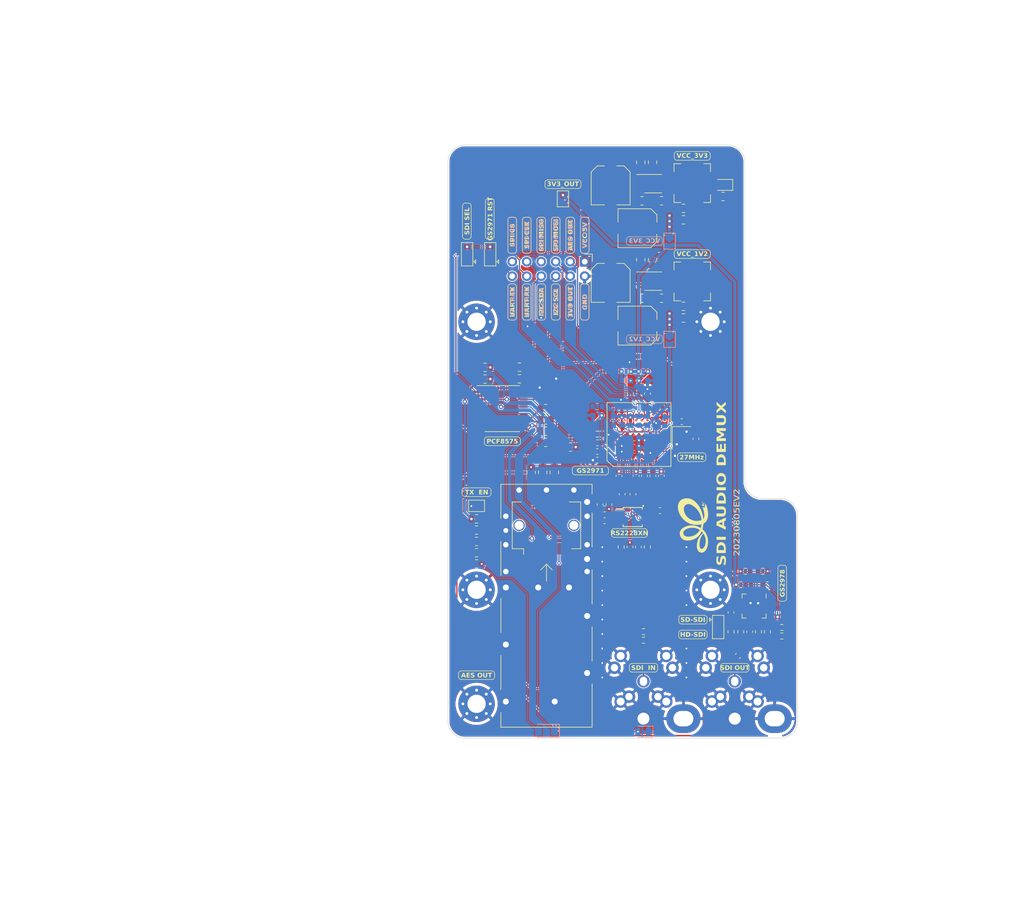
<source format=kicad_pcb>
(kicad_pcb (version 20221018) (generator pcbnew)
  (layers (0 "F.Cu" signal) (31 "B.Cu" signal) (34 "B.Paste" user) (35 "F.Paste" user) (36 "B.SilkS" user "B.Silkscreen") (37 "F.SilkS" user "F.Silkscreen") (38 "B.Mask" user) (39 "F.Mask" user) (44 "Edge.Cuts" user))
  (net 0 "")
  (net 1 "GNDD")
  (net 2 "Net-(U1-VCO_VDD)")
  (net 3 "Net-(U1-LF)")
  (net 4 "Net-(U1-VBG)")
  (net 5 "Net-(U1-XTAL2)")
  (net 6 "Net-(U1-XTAL1)")
  (net 7 "Net-(U7-SDO-)")
  (net 8 "/VCC_3.3V")
  (net 9 "/+3.3VA")
  (net 10 "Net-(C51-Pad1)")
  (net 11 "/+1.2V")
  (net 12 "Net-(U1-AGC+)")
  (net 13 "/+1.2VA")
  (net 14 "/IO_VDD")
  (net 15 "Net-(U1-AGC-)")
  (net 16 "Net-(C49-Pad1)")
  (net 17 "Net-(C50-Pad2)")
  (net 18 "Net-(C57-Pad1)")
  (net 19 "/AOUT_1{slash}2")
  (net 23 "Net-(D102-A)")
  (net 25 "Net-(D205-A)")
  (net 27 "/SDO-")
  (net 28 "/SDO+")
  (net 29 "Net-(C52-Pad1)")
  (net 30 "Net-(U7-SDO+)")
  (net 31 "Net-(JP3201-A)")
  (net 32 "Net-(JP3101-A)")
  (net 33 "Net-(U7-RSET)")
  (net 34 "Net-(U7-SD{slash}HD)")
  (net 41 "/SD_HD_SLEW")
  (net 49 "/MCU_UART_TX")
  (net 50 "Net-(L3101-Pad1)")
  (net 51 "Net-(L3201-Pad1)")
  (net 52 "Net-(U3101-FB)")
  (net 72 "Net-(J2702-In)")
  (net 73 "Net-(J2705-In)")
  (net 76 "/MCU_SPI_CS")
  (net 77 "Net-(U3201-FB)")
  (net 78 "/MCU_SPI_CLK")
  (net 79 "/MCU_UART_RX")
  (net 80 "/MCU_SPI_MISO")
  (net 81 "/MCU_I2C_SDA")
  (net 82 "/MCU_SPI_MOSI")
  (net 83 "/MCU_I2C_SCL")
  (net 84 "/MCU_3V3_OUT")
  (net 85 "/VCC5V_IN")
  (net 86 "/SFP_RX_LOSS")
  (net 87 "Net-(D2701-A)")
  (net 89 "/SFP_TX_DISABLE")
  (net 90 "Net-(J2701-SDA)")
  (net 91 "Net-(J2701-SCL)")
  (net 92 "Net-(J2701-MOD_ABS)")
  (net 93 "/SDI_IN+")
  (net 94 "/SDI_IN-")
  (net 95 "Net-(U2702-D_P)")
  (net 96 "/GS2971_IN+")
  (net 97 "Net-(U2702-D_N)")
  (net 98 "/GS2971_IN-")
  (net 99 "/SFP_RD-")
  (net 100 "/SFP_RD+")
  (net 101 "/GS2971_RST")
  (net 102 "/SDI_INPUT_SELECT")
  (net 103 "/GS2971_STAT5")
  (net 115 "/AOUT_3{slash}4")
  (net 116 "/AES_SFP_TX+")
  (net 117 "Net-(U2702-HSD1_P)")
  (net 118 "Net-(U2702-HSD1_M)")
  (net 119 "Net-(U1-AOUT_1{slash}2)")
  (footprint "Capacitor_SMD:C_0603_1608Metric" (layer "F.Cu") (at 27.425 64.88)
    (fp_text reference "C2721" hide)
    (fp_text value "106" hide)
  )
  (footprint "Crystal:Crystal_SMD_3225-4Pin_3.2x2.5mm" (layer "F.Cu") (at 40.94 50.37 -90)
    (fp_text reference "Y1" hide)
    (fp_text value "27M")
  )
  (footprint "Parts_Kicad7:MSOP-10-1EP_3x3mm_P0.5mm_EP1.73x2.40mm_20230801EV" (layer "F.Cu") (at 35.95 5.7851)
    (fp_text reference "U3101" hide)
    (fp_text value "AP2420" hide)
  )
  (footprint "Resistor_SMD:R_0805_2012Metric" (layer "F.Cu") (at 5 70.492)
    (fp_text reference "R2703" hide)
    (fp_text value "4.7K" hide)
  )
  (footprint "Capacitor_SMD:C_0603_1608Metric" (layer "F.Cu") (at 33.425 36.06 180)
    (fp_text reference "C105" hide)
    (fp_text value "104" hide)
  )
  (footprint "LED_SMD:LED_0805_2012Metric" (layer "F.Cu") (at 48.2125 5.9951 180)
    (fp_text reference "D102" hide)
    (fp_text value "LED")
  )
  (footprint "Resistor_SMD:R_0603_1608Metric" (layer "F.Cu") (at 26.155 49.7 180)
    (fp_text reference "R7")
    (fp_text value "105R")
  )
  (footprint "Capacitor_SMD:C_0603_1608Metric" (layer "F.Cu") (at 49.6 80.985 90)
    (fp_text reference "C48")
    (fp_text value "10n")
  )
  (footprint "Capacitor_SMD:C_0805_2012Metric" (layer "F.Cu") (at 18.63 56.42 90)
    (fp_text reference "C2702" hide)
    (fp_text value "104" hide)
  )
  (footprint "Capacitor_SMD:C_0603_1608Metric" (layer "F.Cu") (at 34.433333 57.02 90)
    (fp_text reference "C101")
    (fp_text value "474")
  )
  (footprint "Capacitor_SMD:C_0603_1608Metric" (layer "F.Cu") (at 26.155 54.27)
    (fp_text reference "C42")
    (fp_text value "105")
  )
  (footprint "CANARA_BNC:BCJ-BPLHKA_TOP_UserEco1_20230722EV" (layer "F.Cu") (at 34.25 99.6 180)
    (fp_text reference "J2705" hide)
    (fp_text value "SDI_IN" hide)
  )
  (footprint "Resistor_SMD:R_0603_1608Metric" (layer "F.Cu") (at 55.971667 84.3525 -90)
    (fp_text reference "L4" hide)
    (fp_text value "5.6n")
  )
  (footprint "Capacitor_SMD:C_0603_1608Metric" (layer "F.Cu") (at 50.798008 88.6 -135)
    (fp_text reference "C52" hide)
    (fp_text value "475" hide)
  )
  (footprint "Parts_Kicad7:MountingHole_3.2mm_M3_Pad_Via_Eco1_20230801EV" (layer "F.Cu") (at 46 77)
    (fp_text reference "MB5" hide)
    (fp_text value "MB" hide)
  )
  (footprint "CANARA_BNC:BCJ-BPLHKA_TOP_UserEco1_20230722EV" (layer "F.Cu") (at 50.25 99.6 180)
    (fp_text reference "J2702" hide)
    (fp_text value "SDI_OUT" hide)
  )
  (footprint "Parts_Kicad7:MountingHole_3.2mm_M3_Pad_Via_Eco1_20230801EV" (layer "F.Cu") (at 46 30)
    (fp_text reference "MB7" hide)
    (fp_text value "MB" hide)
  )
  (footprint "Resistor_SMD:R_0805_2012Metric" (layer "F.Cu") (at 17.1175 51.136668)
    (fp_text reference "R3301" hide)
    (fp_text value "100K" hide)
  )
  (footprint "Resistor_SMD:R_0805_2012Metric" (layer "F.Cu") (at 17.1175 45.236668)
    (fp_text reference "R3304" hide)
    (fp_text value "100K" hide)
  )
  (footprint "Resistor_SMD:R_0603_1608Metric" (layer "F.Cu") (at 34.925 69.5 90)
    (fp_text reference "R46")
    (fp_text value "37.4R")
  )
  (footprint "Jumper:SolderJumper-2_P1.3mm_Open_TrianglePad1.0x1.5mm" (layer "F.Cu") (at 20.14 8.435 -90)
    (fp_text reference "JP3001" hide)
    (fp_text value "SolderJumper_2_Open" hide)
  )
  (footprint "Parts_Kicad7:MountingHole_3.2mm_M3_Pad_Via_Eco1_20230801EV" (layer "F.Cu") (at 5 77)
    (fp_text reference "MB4" hide)
    (fp_text value "MB" hide)
  )
  (footprint "Capacitor_SMD:C_0805_2012Metric" (layer "F.Cu") (at 35.84 19.128671 90)
    (fp_text reference "C3201" hide)
    (fp_text value "105" hide)
  )
  (footprint "Resistor_SMD:R_0603_1608Metric" (layer "F.Cu") (at 58.5 83.6025 180)
    (fp_text reference "R41")
    (fp_text value "75R")
  )
  (footprint "Capacitor_SMD:C_0603_1608Metric" (layer "F.Cu") (at 34.96 42.595 90)
    (fp_text reference "C32")
    (fp_text value "10n")
  )
  (footprint "Package_BGA:BGA-100_11.0x11.0mm_Layout10x10_P1.0mm_Ball0.5mm_Pad0.4mm_NSMD" (layer "F.Cu") (at 33.46 49.77 90)
    (fp_text reference "U1" hide)
    (fp_text value "GS2971")
  )
  (footprint "Capacitor_SMD:C_0805_2012Metric" (layer "F.Cu") (at 12.5125 37.96 180)
    (fp_text reference "C3302" hide)
    (fp_text value "106" hide)
  )
  (footprint "Jumper:SolderJumper-3_P1.3mm_Open_Pad1.0x1.5mm" (layer "F.Cu") (at 47.3425 83.5325 -90)
    (fp_text reference "JP3" hide)
    (fp_text value "SolderJumper_3_Open" hide)
  )
  (footprint "Package_DFN_QFN:QFN-16-1EP_4x4mm_P0.65mm_EP2.7x2.7mm" (layer "F.Cu") (at 53.641667 79.845 -90)
    (fp_text reference "U7" hide)
    (fp_text value "GS2978")
  )
  (footprint "Capacitor_SMD:C_0805_2012Metric" (layer "F.Cu") (at 41.265 27.2851)
    (fp_text reference "C3206" hide)
    (fp_text value "105" hide)
  )
  (footprint "Parts_Kicad7:PinHeader_2x06_P2.54mm_Vertical" (layer "F.Cu") (at 23.95 19.46 -90)
    (fp_text reference "J3001" hide)
    (fp_text value "Conn_02x06_Odd_Even" hide)
  )
  (footprint "Jumper:SolderJumper-3_P1.3mm_Open_Pad1.0x1.5mm" (layer "F.Cu") (at 7.38 18.16 90)
    (fp_text reference "JP1" hide)
    (fp_text value "SolderJumper_3_Open" hide)
  )
  (footprint "Capacitor_SMD:C_0603_1608Metric" (layer "F.Cu") (at 26.155 52.746666)
    (fp_text reference "C41")
    (fp_text value "474")
  )
  (footprint "Parts_Kicad7:MountingHole_3.2mm_M3_Pad_Via_Eco1_20230801EV" (layer "F.Cu") (at 5 30)
    (fp_text reference "MB6" hide)
    (fp_text value "MB" hide)
  )
  (footprint "Capacitor_SMD:C_0603_1608Metric" (layer "F.Cu") (at 37.379999 57.02 -90)
    (fp_text reference "C11" hide)
    (fp_text value "10n" hide)
  )
  (footprint "Capacitor_SMD:CP_Elec_6.3x7.7_20230725EV" (layer "F.Cu") (at 28.5 23.174385 -90)
    (fp_text reference "C3203" hide)
    (fp_text value "107" hide)
  )
  (footprint "Jumper:SolderJumper-3_P1.3mm_Open_Pad1.0x1.5mm" (layer "F.Cu") (at 3.3375 18.16 90)
    (fp_text reference "JP2702" hide)
    (fp_text value "SolderJumper_3_Open" hide)
  )
  (footprint "Capacitor_SMD:C_0805_2012Metric" (layer "F.Cu") (at 41.265 29.3351)
    (fp_text reference "C3205" hide)
    (fp_text value "10n" hide)
  )
  (footprint "Inductor_SMD:L_Bourns-SRN6028" (layer "F.Cu") (at 42.8 5.682243 -90)
    (fp_text reference "L3101" hide)
    (fp_text value "L" hide)
  )
  (footprint "Capacitor_SMD:C_0603_1608Metric" (layer "F.Cu") (at 32.96 57.02 -90)
    (fp_text reference "C12")
    (fp_text value "10n")
  )
  (footprint "Resistor_SMD:R_0805_2012Metric" (layer "F.Cu") (at 5 64.558)
    (fp_text reference "R2704" hide)
    (fp_text value "4.7K" hide)
  )
  (footprint "Capacitor_SMD:C_0805_2012Metric" (layer "F.Cu") (at 16.58 56.41 90)
    (fp_text reference "C2701" hide)
    (fp_text value "106" hide)
  )
  (footprint "Resistor_SMD:R_0603_1608Metric" (layer "F.Cu") (at 54.418333 84.3525 90)
    (fp_text reference "R47" hide)
    (fp_text value "75R")
  )
  (footprint "Resistor_SMD:R_0603_1608Metric" (layer "F.Cu") (at 52.115 73.76 180)
    (fp_text reference "R48")
    (fp_text value "49.9")
  )
  (footprint "Capacitor_SMD:CP_Elec_6.3x7.7_20230725EV" (layer "F.Cu") (at 28.5 6.082957 -90)
    (fp_text reference "C3103" hide)
    (fp_text value "107" hide)
  )
  (footprint "Capacitor_SMD:C_0603_1608Metric" (layer "F.Cu") (at 57.75 80.985 90)
    (fp_text reference "C47")
    (fp_text value "10n")
  )
  (footprint "Resistor_SMD:R_0805_2012Metric" (layer "F.Cu") (at 21.47 51.97)
    (fp_text reference "R205" hide)
    (fp_text value "4.7k" hide)
  )
  (footprint "Parts_Kicad7:MountingHole_3.2mm_M3_Pad_Via_Eco1_20230801EV" (layer "F.Cu") (at 5 97)
    (fp_text reference "MB3" hide)
    (fp_text value "MB" hide)
  )
  (footprint "Capacitor_SMD:C_0603_1608Metric" (layer "F.Cu") (at 52.865 84.3525 -90)
    (fp_text reference "C50" hide)
    (fp_text value "475")
  )
  (footprint "Resistor_SMD:R_0805_2012Metric" (layer "F.Cu") (at 6.4925 37.99)
    (fp_text reference "R3311" hide)
    (fp_text value "100K" hide)
  )
  (footprint "Resistor_SMD:R_0805_2012Metric" (layer "F.Cu") (at 5 72.47 180)
    (fp_text reference "R2705" hide)
    (fp_text value "1K" hide)
  )
  (footprint "Resistor_SMD:R_0805_2012Metric" (layer "F.Cu") (at 37.42 25.874385 180)
    (fp_text reference "R3201" hide)
    (fp_text value "100K" hide)
  )
  (footprint "Resistor_SMD:R_0603_1608Metric" (layer "F.Cu") (at 51.311667 76.11)
    (fp_text reference "R40")
    (fp_text value "750R")
  )
  (footprint "Resistor_SMD:R_0603_1608Metric" (layer "F.Cu") (at 30.345 69.5 90)
    (fp_text reference "R45")
    (fp_text value "75R")
  )
  (footprint "Capacitor_SMD:C_0805_2012Metric" (layer "F.Cu") (at 41.265 12.1251)
    (fp_text reference "C3106" hide)
    (fp_text value "105" hide)
  )
  (footprint "Package_SO:MSOP-10_3x3mm_P0.5mm" (layer "F.Cu") (at 32.365 64.24)
    (fp_text reference "U2702" hide)
    (fp_text value "RS2228XN" hide)
  )
  (footprint "Capacitor_SMD:CP_Elec_6.3x7.7_20230725EV" (layer "F.Cu") (at 33.19 30.672243 180)
    (fp_text reference "C3204" hide)
    (fp_text value "107" hide)
  )
  (footprint "Capacitor_SMD:C_0603_1608Metric" (layer "F.Cu") (at 26.65 62.05 -90)
    (fp_text reference "C2723" hide)
    (fp_text value "106" hide)
  )
  (footprint "WJCMC_LOGO:WJCMC_10_5.9" (layer "F.Cu") (at 42.99 65.757025 90)
    (fp_text reference "G***" hide)
    (fp_text value "LOGO" hide)
  )
  (footprint "Resistor_SMD:R_0603_1608Metric" (layer "F.Cu") (at 49.6 84.3525 -90)
    (fp_text reference "R50" hide)
    (fp_text value "0R")
  )
  (footprint "Capacitor_SMD:C_0603_1608Metric" (layer "F.Cu") (at 28.2 62.05 -90)
    (fp_text reference "C2724" hide)
    (fp_text value "106" hide)
  )
  (footprint "Capacitor_SMD:C_0805_2012Metric" (layer "F.Cu") (at 33.78 19.128671 90)
    (fp_text reference "C3202" hide)
    (fp_text value "104" hide)
  )
  (footprint "Capacitor_SMD:C_0603_1608Metric" (layer "F.Cu") (at 31.96 42.595 90)
    (fp_text reference "C33")
    (fp_text value "10n")
  )
  (footprint "Capacitor_SMD:C_0603_1608Metric" (layer "F.Cu") (at 31.885 69.5 90)
    (fp_text reference "C49")
    (fp_text value "105")
  )
  (footprint "Capacitor_SMD:C_0603_1608Metric" (layer "F.Cu") (at 43.435 50.515 90)
    (fp_text reference "C43" hide)
    (fp_text value "16p")
  )
  (footprint "Capacitor_SMD:C_0603_1608Metric" (layer "F.Cu") (at 27.425 62.825)
    (fp_text reference "C2722" hide)
    (fp_text value "106" hide)
  )
  (footprint "Resistor_SMD:R_0603_1608Metric" (layer "F.Cu") (at 34.25 84.34)
    (fp_text reference "R42")
    (fp_text value "75R")
  )
  (footprint "Capacitor_SMD:C_0603_1608Metric" (layer "F.Cu") (at 35.906666 57.02 90)
    (fp_text reference "C100")
    (fp_text value "474")
  )
  (footprint "Capacitor_SMD:C_0603_1608Metric" (layer "F.Cu") (at 37.14 63.11)
    (fp_text reference "C2731" hide)
    (fp_text value "106" hide)
  )
  (footprint "Capacitor_SMD:C_0805_2012Metric" (layer "F.Cu") (at 35.84 2.037243 90)
    (fp_text reference "C3101" hide)
    (fp_text value "105" hide)
  )
  (footprint "Resistor_SMD:R_0805_2012Metric" (layer "F.Cu") (at 17.1175 49.17)
    (fp_text reference "R3302" hide)
    (fp_text value "100K" hide)
  )
  (footprint "Resistor_SMD:R_0805_2012Metric" (layer "F.Cu") (at 14.56 56.41 90)
    (fp_text reference "R3" hide)
    (fp_text value "0R" hide)
  )
  (footprint "Resistor_SMD:R_0805_2012Metric" (layer "F.Cu") (at 5 68.514)
    (fp_text reference "R2702" hide)
    (fp_text value "4.7K" hide)
  )
  (footprint "Package_SO:TSSOP-24_6.1x7.8mm_P0.65mm" (layer "F.Cu") (at 9.5125 45.225)
    (fp_text reference "U3301" hide)
    (fp_text value "PCF8575PW" hide)
  )
  (footprint "Inductor_SMD:L_Bourns-SRN6028" (layer "F.Cu") (at 42.8 22.922243 -90)
    (fp_text reference "L3201" hide)
    (fp_text value "L" hide)
  )
  (footprint "Resistor_SMD:R_0603_1608Metric" (layer "F.Cu") (at 58.5 85.1025 180)
    (fp_text reference "R43")
    (fp_text value "75R")
  )
  (footprint "Capacitor_SMD:C_0603_1608Metric" (layer "F.Cu") (at 55.971667 76.11)
    (fp_text reference "C57")
    (fp_text value "10n")
  )
  (footprint "Resistor_SMD:R_0805_2012Metric" (layer "F.Cu") (at 37.42 8.782957 180)
    (fp_text reference "R3101" hide)
    (fp_text value "450K" hide)
  )
  (footprint "Resistor_SMD:R_0603_1608Metric" (layer "F.Cu") (at 51.311667 84.3525 90)
    (fp_text reference "R44" hide)
    (fp_text value "75R")
  )
  (footprint "Capacitor_SMD:C_0603_1608Metric" (layer "F.Cu") (at 26.155 51.223333 180)
    (fp_text reference "C18")
    (fp_text value "226")
  )
  (footprint "Capacitor_SMD:CP_Elec_6.3x7.7_20230725EV" (layer "F.Cu") (at 33.19 13.580814 180)
    (fp_text reference "C3104" hide)
    (fp_text value "107" hide)
  )
  (footprint "Resistor_SMD:R_0805_2012Metric" (layer "F.Cu") (at 33.9875 25.874385 180)
    (fp_text reference "R3202" hide)
    (fp_text value "100K" hide)
  )
  (footprint "Capacitor_SMD:C_0603_1608Metric" (layer "F.Cu") (at 32.405 60.23 90)
    (fp_text reference "C2712" hide)
    (fp_text value "106" hide)
  )
  (footprint "Parts_Kicad7:MSOP-10-1EP_3x3mm_P0.5mm_EP1.73x2.40mm_20230801EV" (layer "F.Cu") (at 35.95 22.876528)
    (fp_text reference "U3201" hide)
    (fp_text value "AP2420" hide)
  )
  (footprint "Capacitor_SMD:C_0603_1608Metric" (layer "F.Cu") (at 30.515 60.23 90)
    (fp_text reference "C2711" hide)
    (fp_text value "106" hide)
  )
  (footprint "Capacitor_SMD:C_0603_1608Metric" (layer "F.Cu") (at 40.965 47.5 180)
    (fp_text reference "C44")
    (fp_text value "16p")
  )
  (footprint "Resistor_SMD:R_0805_2012Metric" (layer "F.Cu") (at 5 66.536)
    (fp_text reference "R2701" hide)
    (fp_text value "4.7K" hide)
  )
  (footprint "Capacitor_SMD:C_0805_2012Metric" (layer "F.Cu") (at 12.5125 40.0075 180)
    (fp_text reference "C3301" hide)
    (fp_text value "104" hide)
  )
  (footprint "Resistor_SMD:R_0805_2012Metric" (layer "F.Cu") (at 48.2025 8.032243)
    (fp_text reference "R100" hide)
    (fp_text value "4.7k")
  )
  (footprint "Capacitor_SMD:C_0805_2012Metric" (layer "F.Cu") (at 33.78 2.037243 90)
    (fp_text reference "C3102" hide)
    (fp_text value "104" hide)
  )
  (footprint "Jumper:SolderJumper-2_P1.3mm_Open_TrianglePad1.0x1.5mm" (layer "F.Cu") (at 5 62.28 180)
    (fp_text reference "JP2" hide)
    (fp_text value "SolderJumper_2_Open" hide)
  )
  (footprint "Capacitor_SMD:C_0805_2012Metric" (layer "F.Cu") (at 41.265 10.1051)
    (fp_text reference "C3105" hide)
    (fp_text value "10n" hide)
  )
  (footprint "Parts_Kicad7:Connector_SFP_and_Cage_UserEco1_20230723EV" (layer "F.Cu") (at 17.25 59.5 90)
    (fp_text reference "J2701" hide)
    (fp_text value "SDI IN" hide)
  )
  (footprint "Resistor_SMD:R_0805_2012Metric" (layer "F.Cu") (at 17.1175 47.203334)
    (fp_text reference "R3303" hide)
    (fp_text value "100K" hide)
  )
  (footprint "Resistor_SMD:R_0603_1608Metric" (layer "F.Cu") (at 55.168333 73.76)
    (fp_text reference "R49")
    (fp_text value "49.9")
  )
  (footprint "Resistor_SMD:R_0805_2012Metric" (layer "F.Cu") (at 33.9875 8.782957 180)
    (fp_text reference "R3102" hide)
    (fp_text value "100K" hide)
  )
  (footprint "Capacitor_SMD:C_0603_1608Metric" (layer "F.Cu") (at 29.96 57.02 -90)
    (fp_text reference "C13")
    (fp_text value "10n")
  )
  (footprint "Capacitor_SMD:C_0603_1608Metric" (layer "F.Cu") (at 33.365 69.5 90)
    (fp_text reference "C51")
    (fp_text value "105")
  )
  (footprint "Resistor_SMD:R_0805_2012Metric" (layer "F.Cu") (at 6.4925 40.0375)
    (fp_text reference "R3312" hide)
    (fp_text value "100K" hide)
  )
  (footprint "Resistor_SMD:R_0603_1608Metric" (layer "F.Cu") (at 34.25 85.85 180)
    (fp_text reference "L3")
    (fp_text value "6.2n")
  )
  (footprint "Capacitor_SMD:C_0603_1608Metric" (layer "B.Cu") (at 33.46 47.365 90)
    (fp_text reference "C15")
    (fp_text value "10n")
  )
  (footprint "Capacitor_SMD:C_0603_1608Metric" (layer "B.Cu") (at 31.96 47.365 90)
    (fp_text reference "C14")
    (fp_text value "10n")
  )
  (footprint "Capacitor_SMD:C_0603_1608Metric" (layer "B.Cu") (at 32.66 52.03)
    (fp_text reference "C28")
    (fp_text value "10n")
  )
  (footprint "Capacitor_SMD:C_0603_1608Metric" (layer "B.Cu") (at 32.645 50.38)
    (fp_text reference "C27")
    (fp_text value "10n")
  )
  (footprint "Capacitor_SMD:C_0603_1608Metric" (layer "B.Cu") (at 34.21 40.32)
    (fp_text reference "C31" hide)
    (fp_text value "105")
  )
  (footprint "Capacitor_SMD:C_0603_1608Metric" (layer "B.Cu") (at 31.21 40.32)
    (fp_text reference "C10" hide)
    (fp_text value "105")
  )
  (footprint "Resistor_SMD:R_0603_1608Metric" (layer "B.Cu") (at 26.155 44.865)
    (fp_text reference "R10" hide)
    (fp_text value "0R")
  )
  (footprint "Resistor_SMD:R_0603_1608Metric" (layer "B.Cu") (at 34.21 38.72 180)
    (fp_text reference "R11" hide)
    (fp_text value "0R")
  )
  (footprint "Capacitor_SMD:C_0603_1608Metric" (layer "B.Cu") (at 26.155 46.43 180)
    (fp_text reference "C26" hide)
    (fp_text value "105")
  )
  (footprint "Capacitor_SMD:C_0603_1608Metric" (layer "B.Cu") (at 28.96 47.365 90)
    (fp_text reference "C35")
    (fp_text value "10n")
  )
  (footprint "Capacitor_SMD:C_0603_1608Metric" (layer "B.Cu") (at 37.97 47.465 90)
    (fp_text reference "C34")
    (fp_text value "10n")
  )
  (footprint "Capacitor_SMD:C_0603_1608Metric" (layer "B.Cu") (at 34.96 47.365 90)
    (fp_text reference "C17" hide)
    (fp_text value "10n")
  )
  (footprint "Capacitor_SMD:C_0603_1608Metric" (layer "B.Cu") (at 30.46 47.365 90)
    (fp_text reference "C16")
    (fp_text value "10n")
  )
  (footprint "LED_SMD:LED_1206_3216Metric" (layer "B.Cu") (at 17.23 101.73 180)
    (fp_text reference "D2701" hide)
    (fp_text value "Fiber RX OK(GREEN)" hide)
  )
  (footprint "Capacitor_SMD:C_0603_1608Metric" (layer "B.Cu") (at 32.665 53.56)
    (fp_text reference "C29")
    (fp_text value "10n")
  )
  (footprint "LED_SMD:LED_0805_2012Metric" (layer "B.Cu") (at 34.23 101.89 180)
    (fp_text reference "D205" hide)
    (fp_text value "LED")
  )
  (footprint "Jumper:SolderJumper-2_P1.3mm_Open_TrianglePad1.0x1.5mm" (layer "B.Cu") (at 38.82 33.0851 -90)
    (fp_text reference "JP3201" hide)
    (fp_text value "SolderJumper_2_Open" hide)
  )
  (footprint "Jumper:SolderJumper-2_P1.3mm_Open_TrianglePad1.0x1.5mm" (layer "B.Cu") (at 38.82 15.8601 -90)
    (fp_text reference "JP3101" hide)
    (fp_text value "SolderJumper_2_Open" hide)
  )
  (footprint "Resistor_SMD:R_0603_1608Metric" (layer "B.Cu") (at 31.21 38.72)
    (fp_text reference "R2" hide)
    (fp_text value "0R")
  )
  (gr_arc (start 11.510008 23.399689) (mid 11.86358 23.546108) (end 12.010008 23.899689) (stroke (width 0.1)) (layer "B.SilkS"))
  (gr_line (start 37.59 16.11) (end 37.59 15.61) (stroke (width 0.1)) (layer "B.SilkS"))
  (gr_line (start 20.650008 17.516492) (end 20.650008 12.188618) (stroke (width 0.1)) (layer "B.SilkS"))
  (gr_arc (start 23.690008 18.016492) (mid 23.336525 17.869985) (end 23.190008 17.516492) (stroke (width 0.1)) (layer "B.SilkS"))
  (gr_arc (start 17.090008 17.516492) (mid 16.943538 17.870003) (end 16.590008 18.016492) (stroke (width 0.1)) (layer "B.SilkS"))
  (gr_line (start 23.710008 18.016492) (end 24.210008 18.016492) (stroke (width 0.1)) (layer "B.SilkS"))
  (gr_line (start 17.089936 29.227563) (end 17.089936 23.899689) (stroke (width 0.1)) (layer "B.SilkS"))
  (gr_line (start 22.169936 29.227563) (end 22.169936 23.899689) (stroke (width 0.1)) (layer "B.SilkS"))
  (gr_line (start 31.262126 15.61) (end 31.262126 16.11) (stroke (width 0.1)) (layer "B.SilkS"))
  (gr_line (start 17.090008 17.516492) (end 17.090008 12.188618) (stroke (width 0.1)) (layer "B.SilkS"))
  (gr_arc (start 37.09 15.09) (mid 37.443653 15.236366) (end 37.59 15.59) (stroke (width 0.1)) (layer "B.SilkS"))
  (gr_arc (start 18.610008 18.016492) (mid 18.256525 17.869985) (end 18.110008 17.516492) (stroke (width 0.1)) (layer "B.SilkS"))
  (gr_arc (start 15.569936 23.899689) (mid 15.716315 23.546068) (end 16.069936 23.399689) (stroke (width 0.1)) (layer "B.SilkS"))
  (gr_arc (start 16.590008 11.688618) (mid 16.943564 11.835064) (end 17.090008 12.188618) (stroke (width 0.1)) (layer "B.SilkS"))
  (gr_arc (start 22.169936 29.227563) (mid 22.023519 29.581154) (end 21.669936 29.727563) (stroke (width 0.1)) (layer "B.SilkS"))
  (gr_arc (start 24.710008 17.516492) (mid 24.563538 17.870003) (end 24.210008 18.016492) (stroke (width 0.1)) (layer "B.SilkS"))
  (gr_arc (start 16.069936 29.727563) (mid 15.716363 29.581126) (end 15.569936 29.227563) (stroke (width 0.1)) (layer "B.SilkS"))
  (gr_line (start 21.669936 23.399689) (end 21.169936 23.399689) (stroke (width 0.1)) (layer "B.SilkS"))
  (gr_line (start 21.670008 11.688618) (end 21.170008 11.688618) (stroke (width 0.1)) (layer "B.SilkS"))
  (gr_arc (start 13.530008 29.727563) (mid 13.176454 29.581117) (end 13.030008 29.227563) (stroke (width 0.1)) (layer "B.SilkS"))
  (gr_arc (start 31.262126 32.815) (mid 31.408606 32.461498) (end 31.762126 32.315) (stroke (width 0.1)) (layer "B.SilkS"))
  (gr_line (start 18.110008 17.516492) (end 18.110008 12.188618) (stroke (width 0.1)) (layer "B.SilkS"))
  (gr_arc (start 24.709936 29.227563) (mid 24.563519 29.581154) (end 24.209936 29.727563) (stroke (width 0.1)) (layer "B.SilkS"))
  (gr_line (start 11.510008 23.399689) (end 11.010008 23.399689) (stroke (width 0.1)) (layer "B.SilkS"))
  (gr_arc (start 15.570008 12.188618) (mid 15.716399 11.835011) (end 16.070008 11.688618) (stroke (width 0.1)) (layer "B.SilkS"))
  (gr_line (start 23.190008 17.516492) (end 23.190008 12.188618) (stroke (width 0.1)) (layer "B.SilkS"))
  (gr_arc (start 37.59 33.335) (mid 37.44352 33.688502) (end 37.09 33.835) (stroke (width 0.1)) (layer "B.SilkS"))
  (gr_arc (start 24.209936 23.399689) (mid 24.563461 23.546147) (end 24.709936 23.899689) (stroke (width 0.1)) (layer "B.SilkS"))
  (gr_arc (start 31.762126 16.61) (mid 31.408503 16.463605) (end 31.262126 16.11) (stroke (width 0.1)) (layer "B.SilkS"))
  (gr_line (start 31.762126 16.61) (end 37.09 16.61) (stroke (width 0.1)) (layer "B.SilkS"))
  (gr_arc (start 21.150008 18.016492) (mid 20.796525 17.869985) (end 20.650008 17.516492) (stroke (width 0.1)) (layer "B.SilkS"))
  (gr_line (start 37.59 33.335) (end 37.59 32.835) (stroke (width 0.1)) (layer "B.SilkS"))
  (gr_line (start 13.550008 29.727563) (end 14.050008 29.727563) (stroke (width 0.1)) (layer "B.SilkS"))
  (gr_line (start 14.55 17.516492) (end 14.55 12.188618) (stroke (width 0.1)) (layer "B.SilkS"))
  (gr_arc (start 24.210008 11.688618) (mid 24.563564 11.835064) (end 24.710008 12.188618) (stroke (width 0.1)) (layer "B.SilkS"))
  (gr_arc (start 14.05 11.688618) (mid 14.403591 11.835032) (end 14.55 12.188618) (stroke (width 0.1)) (layer "B.SilkS"))
  (gr_arc (start 20.649936 23.899689) (mid 20.796315 23.546068) (end 21.149936 23.399689) (stroke (width 0.1)) (layer "B.SilkS"))
  (gr_line (start 14.05 11.688618) (end 13.55 11.688618) (stroke (width 0.1)) (layer "B.SilkS"))
  (gr_line (start 24.210008 11.688618) (end 23.710008 11.688618) (stroke (width 0.1)) (layer "B.SilkS"))
  (gr_line (start 11.01 18.016492) (end 11.51 18.016492) (stroke (width 0.1)) (layer "B.SilkS"))
  (gr_arc (start 19.130008 11.688618) (mid 19.483564 11.835064) (end 19.630008 12.188618) (stroke (width 0.1)) (layer "B.SilkS"))
  (gr_arc (start 22.170008 17.516492) (mid 22.023538 17.870003) (end 21.670008 18.016492) (stroke (width 0.1)) (layer "B.SilkS"))
  (gr_arc (start 20.650008 12.188618) (mid 20.796399 11.835011) (end 21.150008 11.688618) (stroke (width 0.1)) (layer "B.SilkS"))
  (gr_line (start 31.762126 32.315) (end 37.09 32.315) (stroke (width 0.1)) (layer "B.SilkS"))
  (gr_line (start 12.010008 29.227563) (end 12.010008 23.899689) (stroke (width 0.1)) (layer "B.SilkS"))
  (gr_arc (start 23.689936 29.727563) (mid 23.336393 29.581097) (end 23.189936 29.227563) (stroke (width 0.1)) (layer "B.SilkS"))
  (gr_line (start 24.209936 23.399689) (end 23.709936 23.399689) (stroke (width 0.1)) (layer "B.SilkS"))
  (gr_arc (start 21.670008 11.688618) (mid 22.023564 11.835064) (end 22.170008 12.188618) (stroke (width 0.1)) (layer "B.SilkS"))
  (gr_line (start 13.030008 29.227563) (end 13.030008 23.899689) (stroke (width 0.1)) (layer "B.SilkS"))
  (gr_line (start 23.709936 29.727563) (end 24.209936 29.727563) (stroke (width 0.1)) (layer "B.SilkS"))
  (gr_arc (start 23.189936 23.899689) (mid 23.336315 23.546068) (end 23.689936 23.399689) (stroke (width 0.1)) (layer "B.SilkS"))
  (gr_line (start 20.649936 29.227563) (end 20.649936 23.899689) (stroke (width 0.1)) (layer "B.SilkS"))
  (gr_line (start 18.629936 29.727563) (end 19.129936 29.727563) (stroke (width 0.1)) (layer "B.SilkS"))
  (gr_line (start 13.03 17.516492) (end 13.03 12.188618) (stroke (width 0.1)) (layer "B.SilkS"))
  (gr_arc (start 16.070008 18.016492) (mid 15.716485 17.870014) (end 15.570008 17.516492) (stroke (width 0.1)) (layer "B.SilkS"))
  (gr_arc (start 31.262126 15.59) (mid 31.408606 15.236498) (end 31.762126 15.09) (stroke (width 0.1)) (layer "B.SilkS"))
  (gr_line (start 11.010008 29.727563) (end 11.510008 29.727563) (stroke (width 0.1)) (layer "B.SilkS"))
  (gr_arc (start 21.669936 23.399689) (mid 22.023461 23.546147) (end 22.169936 23.899689) (stroke (width 0.1)) (layer "B.SilkS"))
  (gr_arc (start 37.59 16.11) (mid 37.44352 16.463502) (end 37.09 16.61) (stroke (width 0.1)) (layer "B.SilkS"))
  (gr_line (start 14.050008 23.399689) (end 13.550008 23.399689) (stroke (width 0.1)) (layer "B.SilkS"))
  (gr_arc (start 19.129936 23.399689) (mid 19.483461 23.546147) (end 19.629936 23.899689) (stroke (width 0.1)) (layer "B.SilkS"))
  (gr_arc (start 17.089936 29.227563) (mid 16.943519 29.581154) (end 16.589936 29.727563) (stroke (width 0.1)) (layer "B.SilkS"))
  (gr_arc (start 12.010008 29.227563) (mid 11.86359 29.581144) (end 11.510008 29.727563) (stroke (width 0.1)) (layer "B.SilkS"))
  (gr_arc (start 23.190008 12.188618) (mid 23.336399 11.835011) (end 23.690008 11.688618) (stroke (width 0.1)) (layer "B.SilkS"))
  (gr_arc (start 12.01 17.516492) (mid 11.86353 17.87) (end 11.51 18.016492) (stroke (width 0.1)) (layer "B.SilkS"))
  (gr_arc (start 10.99 18.016492) (mid 10.636475 17.870014) (end 10.49 17.516492) (stroke (width 0.1)) (layer "B.SilkS"))
  (gr_arc (start 19.629936 29.227563) (mid 19.483519 29.581154) (end 19.129936 29.727563) (stroke (width 0.1)) (layer "B.SilkS"))
  (gr_line (start 16.089936 29.727563) (end 16.589936 29.727563) (stroke (width 0.1)) (layer "B.SilkS"))
  (gr_line (start 19.629936 29.227563) (end 19.629936 23.899689) (stroke (width 0.1)) (layer "B.SilkS"))
  (gr_arc (start 21.149936 29.727563) (mid 20.796393 29.581097) (end 20.649936 29.227563) (stroke (width 0.1)) (layer "B.SilkS"))
  (gr_line (start 19.129936 23.399689) (end 18.629936 23.399689) (stroke (width 0.1)) (layer "B.SilkS"))
  (gr_line (start 10.49 17.516492) (end 10.49 12.188618) (stroke (width 0.1)) (layer "B.SilkS"))
  (gr_line (start 31.762126 15.09) (end 37.09 15.09) (stroke (width 0.1)) (layer "B.SilkS"))
  (gr_arc (start 18.609936 29.727563) (mid 18.256393 29.581097) (end 18.109936 29.227563) (stroke (width 0.1)) (layer "B.SilkS"))
  (gr_arc (start 13.03 12.188618) (mid 13.17639 11.835008) (end 13.53 11.688618) (stroke (width 0.1)) (layer "B.SilkS"))
  (gr_line (start 21.169936 29.727563) (end 21.669936 29.727563) (stroke (width 0.1)) (layer "B.SilkS"))
  (gr_line (start 31.262126 32.835) (end 31.262126 33.335) (stroke (width 0.1)) (layer "B.SilkS"))
  (gr_arc (start 18.109936 23.899689) (mid 18.256315 23.546068) (end 18.609936 23.399689) (stroke (width 0.1)) (layer "B.SilkS"))
  (gr_arc (start 14.050008 23.399689) (mid 14.40358 23.546108) (end 14.550008 23.899689) (stroke (width 0.1)) (layer "B.SilkS"))
  (gr_line (start 13.55 18.016492) (end 14.05 18.016492) (stroke (width 0.1)) (layer "B.SilkS"))
  (gr_line (start 15.569936 29.227563) (end 15.569936 23.899689) (stroke (width 0.1)) (layer "B.SilkS"))
  (gr_line (start 24.710008 17.516492) (end 24.710008 12.188618) (stroke (width 0.1)) (layer "B.SilkS"))
  (gr_arc (start 10.49 12.188618) (mid 10.63639 11.835008) (end 10.99 11.688618) (stroke (width 0.1)) (layer "B.SilkS"))
  (gr_arc (start 18.110008 12.188618) (mid 18.256399 11.835011) (end 18.610008 11.688618) (stroke (width 0.1)) (layer "B.SilkS"))
  (gr_line (start 15.570008 17.516492) (end 15.570008 12.188618) (stroke (width 0.1)) (layer "B.SilkS"))
  (gr_arc (start 10.990008 29.727563) (mid 10.636454 29.581117) (end 10.490008 29.227563) (stroke (width 0.1)) (layer "B.SilkS"))
  (gr_line (start 24.709936 29.227563) (end 24.709936 23.899689) (stroke (width 0.1)) (layer "B.SilkS"))
  (gr_line (start 16.090008 18.016492) (end 16.590008 18.016492) (stroke (width 0.1)) (layer "B.SilkS"))
  (gr_line (start 21.170008 18.016492) (end 21.670008 18.016492) (stroke (width 0.1)) (layer "B.SilkS"))
  (gr_arc (start 14.550008 29.227563) (mid 14.40359 29.581144) (end 14.050008 29.727563) (stroke (width 0.1)) (layer "B.SilkS"))
  (gr_line (start 11.51 11.688618) (end 11.01 11.688618) (stroke (width 0.1)) (layer "B.SilkS"))
  (gr_line (start 16.589936 23.399689) (end 16.089936 23.399689) (stroke (width 0.1)) (layer "B.SilkS"))
  (gr_line (start 23.189936 29.227563) (end 23.189936 23.899689) (stroke (width 0.1)) (layer "B.SilkS"))
  (gr_line (start 18.109936 29.227563) (end 18.109936 23.899689) (stroke (width 0.1)) (layer "B.SilkS"))
  (gr_arc (start 31.762126 33.835) (mid 31.408503 33.688605) (end 31.262126 33.335) (stroke (width 0.1)) (layer "B.SilkS"))
  (gr_line (start 19.630008 17.516492) (end 19.630008 12.188618) (stroke (width 0.1)) (layer "B.SilkS"))
  (gr_line (start 18.630008 18.016492) (end 19.130008 18.016492) (stroke (width 0.1)) (layer "B.SilkS"))
  (gr_line (start 14.550008 29.227563) (end 14.550008 23.899689) (stroke (width 0.1)) (layer "B.SilkS"))
  (gr_arc (start 13.53 18.016492) (mid 13.176475 17.870014) (end 13.03 17.516492) (stroke (width 0.1)) (layer "B.SilkS"))
  (gr_line (start 19.130008 11.688618) (end 18.630008 11.688618) (stroke (width 0.1)) (layer "B.SilkS"))
  (gr_arc (start 16.589936 23.399689) (mid 16.943485 23.546141) (end 17.089936 23.899689) (stroke (width 0.1)) (layer "B.SilkS"))
  (gr_arc (start 19.630008 17.516492) (mid 19.483538 17.870003) (end 19.130008 18.016492) (stroke (width 0.1)) (layer "B.SilkS"))
  (gr_arc (start 37.09 32.315) (mid 37.443653 32.461366) (end 37.59 32.815) (stroke (width 0.1)) (layer "B.SilkS"))
  (gr_line (start 22.170008 17.516492) (end 22.170008 12.188618) (stroke (width 0.1)) (layer "B.SilkS"))
  (gr_line (start 12.01 17.516492) (end 12.01 12.188618) (stroke (width 0.1)) (layer "B.SilkS"))
  (gr_line (start 31.762126 33.835) (end 37.09 33.835) (stroke (width 0.1)) (layer "B.SilkS"))
  (gr_line (start 16.590008 11.688618) (end 16.090008 11.688618) (stroke (width 0.1)) (layer "B.SilkS"))
  (gr_arc (start 11.51 11.688618) (mid 11.863591 11.835032) (end 12.01 12.188618) (stroke (width 0.1)) (layer "B.SilkS"))
  (gr_arc (start 13.030008 23.899689) (mid 13.176386 23.546058) (end 13.530008 23.399689) (stroke (width 0.1)) (layer "B.SilkS"))
  (gr_line (start 10.490008 29.227563) (end 10.490008 23.899689) (stroke (width 0.1)) (layer "B.SilkS"))
  (gr_arc (start 10.490008 23.899689) (mid 10.636386 23.546058) (end 10.990008 23.399689) (stroke (width 0.1)) (layer "B.SilkS"))
  (gr_arc (start 14.55 17.516492) (mid 14.40353 17.87) (end 14.05 18.016492) (stroke (width 0.1)) (layer "B.SilkS"))
  (gr_arc (start 10.49 12.146063) (mid 10.636448 11.792512) (end 10.99 11.646063) (stroke (width 0.1)) (layer "F.SilkS"))
  (gr_line (start 39.636051 0.6701) (end 39.636051 1.1701) (stroke (width 0.1)) (layer "F.SilkS"))
  (gr_arc (start 16.589928 11.646063) (mid 16.943494 11.79249) (end 17.089928 12.146063) (stroke (width 0.1)) (layer "F.SilkS"))
  (gr_arc (start 16.069928 17.973937) (mid 15.716308 17.827557) (end 15.569928 17.473937) (stroke (width 0.1)) (layer "F.SilkS"))
  (gr_arc (start 22.280063 56.8499) (mid 21.926504 56.70347) (end 21.780063 56.3499) (stroke (width 0.1)) (layer "F.SilkS"))
  (gr_line (start 3.555774 9.190047) (end 3.055774 9.190047) (stroke (width 0.1)) (layer "F.SilkS"))
  (gr_arc (start 10.489992 23.857134) (mid 10.636462 23.503623) (end 10.989992 23.357134) (stroke (width 0.1)) (layer "F.SilkS"))
  (gr_arc (start 58.310028 79.019971) (mid 57.956408 78.873591) (end 57.810028 78.519971) (stroke (width 0.1)) (layer "F.SilkS"))
  (gr_line (start 40.136051 1.6701) (end 45.463925 1.6701) (stroke (width 0.1)) (layer "F.SilkS"))
  (gr_arc (start 28.616063 66.78) (mid 28.762443 66.42638) (end 29.116063 66.28) (stroke (width 0.1)) (layer "F.SilkS"))
  (gr_arc (start 39.636051 17.8751) (mid 39.782442 17.521506) (end 40.136051 17.3751) (stroke (width 0.1)) (layer "F.SilkS"))
  (gr_line (start 40.932229 83) (end 44.900103 83) (stroke (width 0.1)) (layer "F.SilkS"))
  (gr_line (start 29.116063 66.28) (end 34.443937 66.28) (stroke (width 0.1)) (layer "F.SilkS"))
  (gr_line (start 7.070656 15.517921) (end 7.570656 15.517921) (stroke (width 0.1)) (layer "F.SilkS"))
  (gr_line (start 24.71 29.185008) (end 24.71 23.857134) (stroke (width 0.1)) (layer "F.SilkS"))
  (gr_arc (start 40.136051 18.8951) (mid 39.7825 18.748665) (end 39.636051 18.3951) (stroke (width 0.1)) (layer "F.SilkS"))
  (gr_arc (start 14.049992 23.357134) (mid 14.403533 23.503583) (end 14.549992 23.857134) (stroke (width 0.1)) (layer "F.SilkS"))
  (gr_line (start 2.968032 60.6399) (end 7.031969 60.6399) (stroke (width 0.1)) (layer "F.SilkS"))
  (gr_arc (start 52.733937 90.93) (mid 52.58752 91.283584) (end 52.233937 91.43) (stroke (width 0.1)) (layer "F.SilkS"))
  (gr_line (start 6.550656 15.017921) (end 6.550656 8.9) (stroke (width 0.1)) (layer "F.SilkS"))
  (gr_line (start 40.72 54.51) (end 44.687874 54.51) (stroke (width 0.1)) (layer "F.SilkS"))
  (gr_line (start 2.968032 59.1199) (end 7.031969 59.1199) (stroke (width 0.1)) (layer "F.SilkS"))
  (gr_line (start 11.509992 23.357134) (end 11.009992 23.357134) (stroke (width 0.1)) (layer "F.SilkS"))
  (gr_line (start 12.009992 29.185008) (end 12.009992 23.857134) (stroke (width 0.1)) (layer "F.SilkS"))
  (gr_arc (start 24.209928 11.646063) (mid 24.563494 11.79249) (end 24.709928 12.146063) (stroke (width 0.1)) (layer "F.SilkS"))
  (gr_arc (start 14.55 17.473937) (mid 14.403593 17.827538) (end 14.05 17.973937) (stroke (width 0.1)) (layer "F.SilkS"))
  (gr_arc (start 23.303937 6.14) (mid 23.157521 6.493592) (end 22.803937 6.64) (stroke (width 0.1)) (layer "F.SilkS"))
  (gr_arc (start 15.57 23.857134) (mid 15.71647 23.503623) (end 16.07 23.357134) (stroke (width 0.1)) (layer "F.SilkS"))
  (gr_arc (start 40.72 54.51) (mid 40.366465 54.363557) (end 40.22 54.01) (stroke (width 0.1)) (layer "F.SilkS"))
  (gr_arc (start 22.803937 5.12) (mid 23.157445 5.266485) (end 23.303937 5.62) (stroke (width 0.1)) (layer "F.SilkS"))
  (gr_line (start 8.070656 15.017921) (end 8.070656 8.9) (stroke (width 0.1)) (layer "F.SilkS"))
  (gr_arc (start 22.169928 17.473937) (mid 22.023493 17.827519) (end 21.669928 17.973937) (stroke (width 0.1)) (layer "F.SilkS"))
  (gr_line (start 15.569928 17.473937) (end 15.569928 12.146063) (stroke (width 0.1)) (layer "F.SilkS"))
  (gr_line (start 58.830028 72.692097) (end 58.330028 72.692097) (stroke (width 0.1)) (layer "F.SilkS"))
  (gr_arc (start 59.330028 78.519971) (mid 59.183593 78.873553) (end 58.830028 79.019971) (stroke (width 0.1)) (layer "F.SilkS"))
  (gr_line (start 8.163937 92.24) (end 8.163937 91.74) (stroke (width 0.1)) (layer "F.SilkS"))
  (gr_line (start 40.932229 81.48) (end 44.900103 81.48) (stroke (width 0.1)) (layer "F.SilkS"))
  (gr_arc (start 52.233937 89.91) (mid 52.587459 90.056477) (end 52.733937 90.41) (stroke (width 0.1)) (layer "F.SilkS"))
  (gr_line (start 6.848563 51.71) (end 12.176437 51.71) (stroke (width 0.1)) (layer "F.SilkS"))
  (gr_line (start 19.63 29.185008) (end 19.63 23.857134) (stroke (width 0.1)) (layer "F.SilkS"))
  (gr_arc (start 7.663937 91.22) (mid 8.017471 91.366483) (end 8.163937 91.72) (stroke (width 0.1)) (layer "F.SilkS"))
  (gr_arc (start 13.53 17.973937) (mid 13.176398 17.827547) (end 13.03 17.473937) (stroke (width 0.1)) (layer "F.SilkS"))
  (gr_line (start 40.136051 18.8951) (end 45.463925 18.8951) (stroke (width 0.1)) (layer "F.SilkS"))
  (gr_line (start 40.72 52.99) (end 44.687874 52.99) (stroke (width 0.1)) (layer "F.SilkS"))
  (gr_line (start 52.733937 90.93) (end 52.733937 90.43) (stroke (width 0.1)) (layer "F.SilkS"))
  (gr_arc (start 28.107937 56.3499) (mid 27.961522 56.703496) (end 27.607937 56.8499) (stroke (width 0.1)) (layer "F.SilkS"))
  (gr_line (start 4.055774 15.017921) (end 4.055774 9.690047) (stroke (width 0.1)) (layer "F.SilkS"))
  (gr_arc (start 14.05 11.646063) (mid 14.403584 11.79248) (end 14.55 12.146063) (stroke (width 0.1)) (layer "F.SilkS"))
  (gr_line (start 21.169928 17.973937) (end 21.669928 17.973937) (stroke (width 0.1)) (layer "F.SilkS"))
  (gr_line (start 45.187874 54.01) (end 45.187874 53.51) (stroke (width 0.1)) (layer "F.SilkS"))
  (gr_arc (start 19.129928 11.646063) (mid 19.483494 11.79249) (end 19.629928 12.146063) (stroke (width 0.1)) (layer "F.SilkS"))
  (gr_arc (start 3.035774 15.517921) (mid 2.682168 15.37153) (end 2.535774 15.017921) (stroke (width 0.1)) (layer "F.SilkS"))
  (gr_arc (start 36.733937 90.93) (mid 36.58752 91.283584) (end 36.233937 91.43) (stroke (width 0.1)) (layer "F.SilkS"))
  (gr_line (start 1.836063 91.74) (end 1.836063 92.24) (stroke (width 0.1)) (layer "F.SilkS"))
  (gr_arc (start 18.609928 17.973937) (mid 18.256308 17.827557) (end 18.109928 17.473937) (stroke (width 0.1)) (layer "F.SilkS"))
  (gr_arc (start 24.71 29.185008) (mid 24.563551 29.538556) (end 24.21 29.685008) (stroke (width 0.1)) (layer "F.SilkS"))
  (gr_line (start 17.09 29.185008) (end 17.09 23.857134) (stroke (width 0.1)) (layer "F.SilkS"))
  (gr_line (start 2.535774 15.017921) (end 2.535774 9.690047) (stroke (width 0.1)) (layer "F.SilkS"))
  (gr_line (start 19.129928 11.646063) (end 18.629928 11.646063) (stroke (width 0.1)) (layer "F.SilkS"))
  (gr_arc (start 44.900103 84.08) (mid 45.253615 84.226479) (end 45.400103 84.58) (stroke (width 0.1)) (layer "F.SilkS"))
  (gr_line (start 45.400103 82.5) (end 45.400103 82) (stroke (width 0.1)) (layer "F.SilkS"))
  (gr_arc (start 19.629928 17.473937) (mid 19.483493 17.827519) (end 19.129928 17.973937) (stroke (width 0.1)) (layer "F.SilkS"))
  (gr_arc (start 19.13 23.357134) (mid 19.483541 23.503583) (end 19.63 23.857134) (stroke (width 0.1)) (layer "F.SilkS"))
  (gr_line (start 23.189928 17.473937) (end 23.189928 12.146063) (stroke (width 0.1)) (layer "F.SilkS"))
  (gr_arc (start 7.050656 15.517921) (mid 6.69705 15.37153) (end 6.550656 15.017921) (stroke (width 0.1)) (layer "F.SilkS"))
  (gr_line (start 58.330028 79.019971) (end 58.830028 79.019971) (stroke (width 0.1)) (layer "F.SilkS"))
  (gr_line (start 40.22 53.51) (end 40.22 54.01) (stroke (width 0.1)) (layer "F.SilkS"))
  (gr_arc (start 31.766063 90.41) (mid 31.912453 90.056398) (end 32.266063 89.91) (stroke (width 0.1)) (layer "F.SilkS"))
  (gr_line (start 20.649928 17.473937) (end 20.649928 12.146063) (stroke (width 0.1)) (layer "F.SilkS"))
  (gr_line (start 28.107937 56.3499) (end 28.107937 55.8499) (stroke (width 0.1)) (layer "F.SilkS"))
  (gr_arc (start 6.848563 51.71) (mid 6.495004 51.56357) (end 6.348563 51.21) (stroke (width 0.1)) (layer "F.SilkS"))
  (gr_arc (start 11.509992 23.357134) (mid 11.863533 23.503583) (end 12.009992 23.857134) (stroke (width 0.1)) (layer "F.SilkS"))
  (gr_arc (start 58.830028 72.692097) (mid 59.183594 72.838524) (end 59.330028 73.192097) (stroke (width 0.1)) (layer "F.SilkS"))
  (gr_line (start 18.11 29.185008) (end 18.11 23.857134) (stroke (width 0.1)) (layer "F.SilkS"))
  (gr_arc (start 45.463925 17.3751) (mid 45.817433 17.521585) (end 45.963925 17.8751) (stroke (width 0.1)) (layer "F.SilkS"))
  (gr_line (start 2.336063 91.22) (end 7.663937 91.22) (stroke (width 0.1)) (layer "F.SilkS"))
  (gr_line (start 11.51 11.646063) (end 11.01 11.646063) (stroke (width 0.1)) (layer "F.SilkS"))
  (gr_line (start 59.330028 78.519971) (end 59.330028 73.192097) (stroke (width 0.1)) (layer "F.SilkS"))
  (gr_arc (start 14.549992 29.185008) (mid 14.403572 29.538586) (end 14.049992 29.685008) (stroke (width 0.1)) (layer "F.SilkS"))
  (gr_arc (start 21.149928 17.973937) (mid 20.796308 17.827557) (end 20.649928 17.473937) (stroke (width 0.1)) (layer "F.SilkS"))
  (gr_arc (start 12.01 17.473937) (mid 11.863593 17.827538) (end 11.51 17.973937) (stroke (width 0.1)) (layer "F.SilkS"))
  (gr_line (start 45.963925 18.3951) (end 45.963925 17.8951) (stroke (width 0.1)) (layer "F.SilkS"))
  (gr_line (start 2.336063 92.74) (end 7.663937 92.74) (stroke (width 0.1)) (layer "F.SilkS"))
  (gr_arc (start 2.336063 92.74) (mid 1.982501 92.593563) (end 1.836063 92.24) (stroke (width 0.1)) (layer "F.SilkS"))
  (gr_line (start 36.733937 90.93) (end 36.733937 90.43) (stroke (width 0.1)) (layer "F.SilkS"))
  (gr_arc (start 45.463925 0.1501) (mid 45.817433 0.296585) (end 45.963925 0.6501) (stroke (width 0.1)) (layer "F.SilkS"))
  (gr_line (start 24.709928 17.473937) (end 24.709928 12.146063) (stroke (width 0.1)) (layer "F.SilkS"))
  (gr_line (start 45.400103 85.1) (end 45.400103 84.6) (stroke (width 0.1)) (layer "F.SilkS"))
  (gr_line (start 16.589928 11.646063) (end 16.089928 11.646063) (stroke (width 0.1)) (layer "F.SilkS"))
  (gr_line (start 3.055774 15.517921) (end 3.555774 15.517921) (stroke (width 0.1)) (layer "F.SilkS"))
  (gr_arc (start 45.400103 85.1) (mid 45.253676 85.453566) (end 44.900103 85.6) (stroke (width 0.1)) (layer "F.SilkS"))
  (gr_line (start 40.932229 84.08) (end 44.900103 84.08) (stroke (width 0.1)) (layer "F.SilkS"))
  (gr_line (start 21.17 29.685008) (end 21.67 29.685008) (stroke (width 0.1)) (layer "F.SilkS"))
  (gr_line (start 19.13 23.357134) (end 18.63 23.357134) (stroke (width 0.1)) (layer "F.SilkS"))
  (gr_line (start 32.266063 89.91) (end 36.233937 89.91) (stroke (width 0.1)) (layer "F.SilkS"))
  (gr_arc (start 23.189928 12.146063) (mid 23.336407 11.792551) (end 23.689928 11.646063) (stroke (width 0.1)) (layer "F.SilkS"))
  (gr_line (start 57.810028 78.519971) (end 57.810028 73.192097) (stroke (width 0.1)) (layer "F.SilkS"))
  (gr_arc (start 24.21 23.357134) (mid 24.563541 23.503583) (end 24.71 23.857134) (stroke (width 0.1)) (layer "F.SilkS"))
  (gr_line (start 20.65 29.185008) (end 20.65 23.857134) (stroke (width 0.1)) (layer "F.SilkS"))
  (gr_line (start 2.468032 59.6399) (end 2.468032 60.1399) (stroke (width 0.1)) (layer "F.SilkS"))
  (gr_line (start 18.629928 17.973937) (end 19.129928 17.973937) (stroke (width 0.1)) (layer "F.SilkS"))
  (gr_arc (start 45.400103 82.5) (mid 45.253676 82.853566) (end 44.900103 83) (stroke (width 0.1)) (layer "F.SilkS"))
  (gr_line (start 13.549992 29.685008) (end 14.049992 29.685008) (stroke (width 0.1)) (layer "F.SilkS"))
  (gr_arc (start 2.968032 60.6399) (mid 2.614451 60.493483) (end 2.468032 60.1399) (stroke (width 0.1)) (layer "F.SilkS"))
  (gr_line (start 40.932229 85.6) (end 44.900103 85.6) (stroke (width 0.1)) (layer "F.SilkS"))
  (gr_arc (start 34.943937 67.3) (mid 34.79751 67.653566) (end 34.443937 67.8) (stroke (width 0.1)) (layer "F.SilkS"))
  (gr_line (start 18.109928 17.473937) (end 18.109928 12.146063) (stroke (width 0.1)) (layer "F.SilkS"))
  (gr_arc (start 13.029992 23.857134) (mid 13.176462 23.503623) (end 13.529992 23.357134) (stroke (width 0.1)) (layer "F.SilkS"))
  (gr_line (start 6.348563 50.71) (end 6.348563 51.21) (stroke (width 0.1)) (layer "F.SilkS"))
  (gr_arc (start 1.836063 91.72) (mid 1.982464 91.366401) (end 2.336063 91.22) (stroke (width 0.1)) (layer "F.SilkS"))
  (gr_line (start 16.976063 5.64) (end 16.976063 6.14) (stroke (width 0.1)) (layer "F.SilkS"))
  (gr_arc (start 21.67 23.357134) (mid 22.023541 23.503583) (end 22.17 23.857134) (stroke (width 0.1)) (layer "F.SilkS"))
  (gr_line (start 16.59 23.357134) (end 16.09 23.357134) (stroke (width 0.1)) (layer "F.SilkS"))
  (gr_line (start 40.136051 17.3751) (end 45.463925 17.3751) (stroke (width 0.1)) (layer "F.SilkS"))
  (gr_line (start 15.57 29.185008) (end 15.57 23.857134) (stroke (width 0.1)) (layer "F.SilkS"))
  (gr_line (start 17.476063 6.64) (end 22.803937 6.64) (stroke (width 0.1)) (layer "F.SilkS"))
  (gr_arc (start 6.348563 50.69) (mid 6.494955 50.33641) (end 6.848563 50.19) (stroke (width 0.1)) (layer "F.SilkS"))
  (gr_arc (start 48.266063 91.43) (mid 47.912526 91.283558) (end 47.766063 90.93) (stroke (width 0.1)) (layer "F.SilkS"))
  (gr_arc (start 2.468032 59.6199) (mid 2.614428 59.266294) (end 2.968032 59.1199) (stroke (width 0.1)) (layer "F.SilkS"))
  (gr_arc (start 20.65 23.857134) (mid 20.796499 23.503653) (end 21.15 23.357134) (stroke (width 0.1)) (layer "F.SilkS"))
  (gr_arc (start 2.535774 9.690047) (mid 2.682222 9.336496) (end 3.035774 9.190047) (stroke (width 0.1)) (layer "F.SilkS"))
  (gr_arc (start 7.531969 60.1399) (mid 7.385537 60.493467) (end 7.031969 60.6399) (stroke (width 0.1)) (layer "F.SilkS"))
  (gr_arc (start 17.09 29.185008) (mid 16.943551 29.538556) (end 16.59 29.685008) (stroke (width 0.1)) (layer "F.SilkS"))
  (gr_arc (start 24.709928 17.473937) (mid 24.563493 17.827519) (end 24.209928 17.973937) (stroke (width 0.1)) (layer "F.SilkS"))
  (gr_line (start 16.09 29.685008) (end 16.59 29.685008) (stroke (width 0.1)) (layer "F.SilkS"))
  (gr_arc (start 40.932229 85.6) (mid 40.578647 85.453565) (end 40.432229 85.1) (stroke (width 0.1)) (layer "F.SilkS"))
  (gr_arc (start 3.555774 9.190047) (mid 3.909343 9.336479) (end 4.055774 9.690047) (stroke (width 0.1)) (layer "F.SilkS"))
  (gr_arc (start 10.99 17.973937) (mid 10.636398 17.827547) (end 10.49 17.473937) (stroke (width 0.1)) (layer "F.SilkS"))
  (gr_line (start 22.280063 55.3299) (end 27.607937 55.3299) (stroke (width 0.1)) (layer "F.SilkS"))
  (gr_arc (start 21.780063 55.8299) (mid 21.926455 55.47631) (end 22.280063 55.3299) (stroke (width 0.1)) (layer "F.SilkS"))
  (gr_arc (start 13.529992 29.685008) (mid 13.176377 29.53862) (end 13.029992 29.185008) (stroke (width 0.1)) (layer "F.SilkS"))
  (gr_line (start 23.71 29.685008) (end 24.21 29.685008) (stroke (width 0.1)) (layer "F.SilkS"))
  (gr_arc (start 29.116063 67.8) (mid 28.762481 67.653565) (end 28.616063 67.3) (stroke (width 0.1)) (layer "F.SilkS"))
  (gr_arc (start 13.03 12.146063) (mid 13.176448 11.792512) (end 13.53 11.646063) (stroke (width 0.1)) (layer "F.SilkS"))
  (gr_arc (start 18.11 23.857134) (mid 18.256499 23.503653) (end 18.61 23.357134) (stroke (width 0.1)) (layer "F.SilkS"))
  (gr_line (start 22.169928 17.473937) (end 22.169928 12.146063) (stroke (width 0.1)) (layer "F.SilkS"))
  (gr_arc (start 47.766063 90.41) (mid 47.912453 90.056398) (end 48.266063 89.91) (stroke (width 0.1)) (layer "F.SilkS"))
  (gr_line (start 28.616063 66.8) (end 28.616063 67.3) (stroke (width 0.1)) (layer "F.SilkS"))
  (gr_arc (start 44.900103 81.48) (mid 45.253615 81.626479) (end 45.400103 81.98) (stroke (width 0.1)) (layer "F.SilkS"))
  (gr_arc (start 7.031969 59.1199) (mid 7.385469 59.266389) (end 7.531969 59.6199) (stroke (width 0.1)) (layer "F.SilkS"))
  (gr_arc (start 45.963925 18.3951) (mid 45.817509 18.748692) (end 45.463925 18.8951) (stroke (width 0.1)) (layer "F.SilkS"))
  (gr_line (start 40.432229 82) (end 40.432229 82.5) (stroke (width 0.1)) (layer "F.SilkS"))
  (gr_line (start 11.01 17.973937) (end 11.51 17.973937) (stroke (width 0.1)) (layer "F.SilkS"))
  (gr_line (start 6.848563 50.19) (end 12.176437 50.19) (stroke (width 0.1)) (layer "F.SilkS"))
  (gr_line (start 23.709928 17.973937) (end 24.209928 17.973937) (stroke (width 0.1)) (layer "F.SilkS"))
  (gr_arc (start 45.187874 54.01) (mid 45.041457 54.363583) (end 44.687874 54.51) (stroke (width 0.1)) (layer "F.SilkS"))
  (gr_line (start 48.266063 91.43) (end 52.233937 91.43) (stroke (width 0.1)) (layer "F.SilkS"))
  (gr_arc (start 40.432229 81.98) (mid 40.578609 81.62638) (end 40.932229 81.48) (stroke (width 0.1)) (layer "F.SilkS"))
  (gr_line (start 18.63 29.685008) (end 19.13 29.685008) (stroke (width 0.1)) (layer "F.SilkS"))
  (gr_arc (start 40.22 53.49) (mid 40.36639 53.136397) (end 40.72 52.99) (stroke (width 0.1)) (layer "F.SilkS"))
  (gr_arc (start 7.570656 8.400047) (mid 7.924221 8.546481) (end 8.070656 8.900047) (stroke (width 0.1)) (layer "F.SilkS"))
  (gr_line (start 21.669928 11.646063) (end 21.169928 11.646063) (stroke (width 0.1)) (layer "F.SilkS"))
  (gr_arc (start 40.136051 1.6701) (mid 39.7825 1.523665) (end 39.636051 1.1701) (stroke (width 0.1)) (layer "F.SilkS"))
  (gr_arc (start 44.687874 52.99) (mid 45.041398 53.136476) (end 45.187874 53.49) (stroke (width 0.1)) (layer "F.SilkS"))
  (gr_arc (start 21.669928 11.646063) (mid 22.023494 11.79249) (end 22.169928 12.146063) (stroke (width 0.1)) (layer "F.SilkS"))
  (gr_line (start 23.303937 6.14) (end 23.303937 5.64) (stroke (width 0.1)) (layer "F.SilkS"))
  (gr_arc (start 57.810028 73.192097) (mid 57.956507 72.838585) (end 58.310028 72.692097) (stroke (width 0.1)) (layer "F.SilkS"))
  (gr_line (start 12.676437 51.21) (end 12.676437 50.71) (stroke (width 0.1)) (layer "F.SilkS"))
  (gr_arc (start 45.963925 1.1701) (mid 45.817509 1.523692) (end 45.463925 1.6701) (stroke (width 0.1)) (layer "F.SilkS"))
  (gr_line (start 19.629928 17.473937) (end 19.629928 12.146063) (stroke (width 0.1)) (layer "F.SilkS"))
  (gr_arc (start 12.176437 50.19) (mid 12.529937 50.336489) (end 12.676437 50.69) (stroke (width 0.1)) (layer "F.SilkS"))
  (gr_arc (start 32.266063 91.43) (mid 31.912526 91.283558) (end 31.766063 90.93) (stroke (width 0.1)) (layer "F.SilkS"))
  (gr_arc (start 36.233937 89.91) (mid 36.587459 90.056477) (end 36.733937 90.41) (stroke (width 0.1)) (layer "F.SilkS"))
  (gr_line (start 13.03 17.473937) (end 13.03 12.146063) (stroke (width 0.1)) (layer "F.SilkS"))
  (gr_line (start 23.19 29.185008) (end 23.19 23.857134) (stroke (width 0.1)) (layer "F.SilkS"))
  (gr_line (start 48.266063 89.91) (end 52.233937 89.91) (stroke (width 0.1)) (layer "F.SilkS"))
  (gr_arc (start 20.649928 12.146063) (mid 20.796407 11.792551) (end 21.149928 11.646063) (stroke (width 0.1)) (layer "F.SilkS"))
  (gr_arc (start 8.070656 15.017921) (mid 7.924249 15.371522) (end 7.570656 15.517921) (stroke (width 0.1)) (layer "F.SilkS"))
  (gr_line (start 10.49 17.473937) (end 10.49 12.146063) (stroke (width 0.1)) (layer "F.SilkS"))
  (gr_arc (start 23.69 29.685008) (mid 23.336385 29.53862) (end 23.19 29.185008) (stroke (width 0.1)) (layer "F.SilkS"))
  (gr_line (start 40.136051 0.1501) (end 45.463925 0.1501) (stroke (width 0.1)) (layer "F.SilkS"))
  (gr_arc (start 17.476063 6.64) (mid 17.122512 6.493565) (end 16.976063 6.14) (stroke (width 0.1)) (layer "F.SilkS"))
  (gr_arc (start 21.15 29.685008) (mid 20.796385 29.53862) (end 20.65 29.185008) (stroke (width 0.1)) (layer "F.SilkS"))
  (gr_arc (start 16.976063 5.62) (mid 17.122454 5.266406) (end 17.476063 5.12) (stroke (width 0.1)) (layer "F.SilkS"))
  (gr_line (start 14.049992 23.357134) (end 13.549992 23.357134) (stroke (width 0.1)) (layer "F.SilkS"))
  (gr_arc (start 10.989992 29.685008) (mid 10.636377 29.53862) (end 10.489992 29.185008) (stroke (width 0.1)) (layer "F.SilkS"))
  (gr_line (start 13.029992 29.185008) (end 13.029992 23.857134) (stroke (width 0.1)) (layer "F.SilkS"))
  (gr_arc (start 17.089928 17.473937) (mid 16.943475 17.827483) (end 16.589928 17.973937) (stroke (width 0.1)) (layer "F.SilkS"))
  (gr_arc (start 22.17 29.185008) (mid 22.023551 29.538556) (end 21.67 29.685008) (stroke (width 0.1)) (layer "F.SilkS"))
  (gr_line (start 24.21 23.357134) (end 23.71 23.357134) (stroke (width 0.1)) (layer "F.SilkS"))
  (gr_arc (start 11.51 11.646063) (mid 11.863584 11.79248) (end 12.01 12.146063) (stroke (width 0.1)) (layer "F.SilkS"))
  (gr_line (start 24.209928 11.646063) (end 23.709928 11.646063) (stroke (width 0.1)) (layer "F.SilkS"))
  (gr_line (start 14.55 17.473937) (end 14.55 12.146063) (stroke (width 0.1)) (layer "F.SilkS"))
  (gr_arc (start 16.07 29.685008) (mid 15.716385 29.53862) (end 15.57 29.185008) (stroke (width 0.1)) (layer "F.SilkS"))
  (gr_line (start 22.280063 56.8499) (end 27.607937 56.8499) (stroke (width 0.1)) (layer "F.SilkS"))
  (gr_line (start 17.089928 17.473937) (end 17.089928 12.146063) (stroke (width 0.1)) (layer "F.SilkS"))
  (gr_line (start 21.67 23.357134) (end 21.17 23.357134) (stroke (width 0.1)) (layer "F.SilkS"))
  (gr_line (start 34.943937 67.3) (end 34.943937 66.8) (stroke (width 0.1)) (layer "F.SilkS"))
  (gr_arc (start 34.443937 66.28) (mid 34.797449 66.426479) (end 34.943937 66.78) (stroke (width 0.1)) (layer "F.SilkS"))
  (gr_line (start 14.05 11.646063) (end 13.55 11.646063) (stroke (width 0.1)) (layer "F.SilkS"))
  (gr_arc (start 23.689928 17.973937) (mid 23.336308 17.827557) (end 23.189928 17.473937) (stroke (width 0.1)) (layer "F.SilkS"))
  (gr_line (start 7.531969 60.1399) (end 7.531969 59.6399) (stroke (width 0.1)) (layer "F.SilkS"))
  (gr_line (start 29.116063 67.8) (end 34.443937 67.8) (stroke (width 0.1)) (layer "F.SilkS"))
  (gr_arc (start 4.055774 15.017921) (mid 3.909367 15.371522) (end 3.555774 15.517921) (stroke (width 0.1)) (layer "F.SilkS"))
  (gr_line (start 22.17 29.185008) (end 22.17 23.857134) (stroke (width 0.1)) (layer "F.SilkS"))
  (gr_line (start 10.489992 29.185008) (end 10.489992 23.857134) (stroke (width 0.1)) (layer "F.SilkS"))
  (gr_arc (start 19.63 29.185008) (mid 19.483551 29.538556) (end 19.13 29.685008) (stroke (width 0.1)) (layer "F.SilkS"))
  (gr_arc (start 27.607937 55.3299) (mid 27.961437 55.476389) (end 28.107937 55.8299) (stroke (width 0.1)) (layer "F.SilkS"))
  (gr_arc (start 18.109928 12.146063) (mid 18.256407 11.792551) (end 18.609928 11.646063) (stroke (width 0.1)) (layer "F.SilkS"))
  (gr_line (start 39.636051 17.8951) (end 39.636051 18.3951) (stroke (width 0.1)) (layer "F.SilkS"))
  (gr_arc (start 12.676437 51.21) (mid 12.530022 51.563596) (end 12.176437 51.71) (stroke (width 0.1)) (layer "F.SilkS"))
  (gr_line (start 17.476063 5.12) (end 22.803937 5.12) (stroke (width 0.1)) (layer "F.SilkS"))
  (gr_arc (start 6.550656 8.900047) (mid 6.697103 8.546494) (end 7.050656 8.400047) (stroke (width 0.1)) (layer "F.SilkS"))
  (gr_arc (start 23.19 23.857134) (mid 23.336499 23.503653) (end 23.69 23.357134) (stroke (width 0.1)) (layer "F.SilkS"))
  (gr_line (start 31.766063 90.43) (end 31.766063 90.93) (stroke (width 0.1)) (layer "F.SilkS"))
  (gr_line (start 16.089928 17.973937) (end 16.589928 17.973937) (stroke (width 0.1)) (layer "F.SilkS"))
  (gr_arc (start 15.569928 12.146063) (mid 15.716377 11.792521) (end 16.069928 11.646063) (stroke (width 0.1)) (layer "F.SilkS"))
  (gr_arc (start 12.009992 29.185008) (mid 11.863572 29.538586) (end 11.509992 29.685008) (stroke (width 0.1)) (layer "F.SilkS"))
  (gr_line (start 12.01 17.473937) (end 12.01 12.146063) (stroke (width 0.1)) (layer "F.SilkS"))
  (gr_line (start 32.266063 91.43) (end 36.233937 91.43) (stroke (width 0.1)) (layer "F.SilkS"))
  (gr_line (start 13.55 17.973937) (end 14.05 17.973937) (stroke (width 0.1)) (layer "F.SilkS"))
  (gr_line (start 7.570656 8.400047) (end 7.070656 8.400047) (stroke (width 0.1)) (layer "F.SilkS"))
  (gr_line (start 47.766063 90.43) (end 47.766063 90.93) (stroke (width 0.1)) (layer "F.SilkS"))
  (gr_arc (start 40.432229 84.58) (mid 40.578609 84.22638) (end 40.932229 84.08) (stroke (width 0.1)) (layer "F.SilkS"))
  (gr_arc (start 40.932229 83) (mid 40.578647 82.853565) (end 40.432229 82.5) (stroke (width 0.1)) (layer "F.SilkS"))
  (gr_arc (start 18.61 29.685008) (mid 18.256385 29.53862) (end 18.11 29.185008) (stroke (width 0.1)) (layer "F.SilkS"))
  (gr_line (start 40.432229 84.6) (end 40.432229 85.1) (stroke (width 0.1)) (layer "F.SilkS"))
  (gr_line (start 11.009992 29.685008) (end 11.509992 29.685008) (stroke (width 0.1)) (layer "F.SilkS"))
  (gr_arc (start 16.59 23.357134) (mid 16.943541 23.503583) (end 17.09 23.857134) (stroke (width 0.1)) (layer "F.SilkS"))
  (gr_line (start 21.780063 55.8499) (end 21.780063 56.3499) (stroke (width 0.1)) (layer "F.SilkS"))
  (gr_line (start 45.963925 1.1701) (end 45.963925 0.6701) (stroke (width 0.1)) (layer "F.SilkS"))
  (gr_arc (start 8.163937 92.24) (mid 8.017527 92.593591) (end 7.663937 92.74) (stroke (width 0.1)) (layer "F.SilkS"))
  (gr_arc (start 39.636051 0.6501) (mid 39.782442 0.296506) (end 40.136051 0.1501) (stroke (width 0.1)) (layer "F.SilkS"))
  (gr_line (start 14.549992 29.185008) (end 14.549992 23.857134) (stroke (width 0.1)) (layer "F.SilkS"))
  (gr_arc (start 3 103) (mid 0.87868 102.12132) (end 0 100) (stroke (width 0.1)) (layer "Edge.Cuts"))
  (gr_line (start 3 -1) (end 49 -1) (stroke (width 0.1)) (layer "Edge.Cuts"))
  (gr_arc (start 55 61) (mid 52.87868 60.12132) (end 52 58) (stroke (width 0.1)) (layer "Edge.Cuts"))
  (gr_arc (start 49 -1) (mid 51.12132 -0.12132) (end 52 2) (stroke (width 0.1)) (layer "Edge.Cuts"))
  (gr_line (start 0 100) (end 0 2) (stroke (width 0.1)) (layer "Edge.Cuts"))
  (gr_arc (start 0 2) (mid 0.87868 -0.12132) (end 3 -1) (stroke (width 0.1)) (layer "Edge.Cuts"))
  (gr_arc (start 58.25 61) (mid 60.37132 61.87868) (end 61.25 64) (stroke (width 0.1)) (layer "Edge.Cuts"))
  (gr_line (start 61.25 100) (end 61.25 64) (stroke (width 0.1)) (layer "Edge.Cuts"))
  (gr_line (start 3 103) (end 58.25 103) (stroke (width 0.1)) (layer "Edge.Cuts"))
  (gr_line (start 52 58) (end 52 2) (stroke (width 0.1)) (layer "Edge.Cuts"))
  (gr_arc (start 61.25 100) (mid 60.37132 102.12132) (end 58.25 103) (stroke (width 0.1)) (layer "Edge.Cuts"))
  (gr_line (start 55 61) (end 58.25 61) (stroke (width 0.1)) (layer "Edge.Cuts"))
  (gr_text "I2C SDA" (at 16.410008 26.554697 90) (layer "B.SilkS") (effects (font (size 0.8 0.8) (thickness 0.16) bold) (justify mirror)))
  (gr_text "SPI CS" (at 11.330008 14.843626 90) (layer "B.SilkS") (effects (font (size 0.8 0.8) (thickness 0.16) bold) (justify mirror)))
  (gr_text "VCC_3V3" (at 34.426051 15.85) (layer "B.SilkS") (effects (font (size 0.8 0.8) (thickness 0.16) bold) (justify mirror)))
  (gr_text "SPI MISO" (at 16.410008 14.843627 90) (layer "B.SilkS") (effects (font (size 0.8 0.8) (thickness 0.16) bold) (justify mirror)))
  (gr_text "SPI CLK" (at 13.870008 14.843627 90) (layer "B.SilkS") (effects (font (size 0.8 0.8) (thickness 0.16) bold) (justify mirror)))
  (gr_text "VCC 5V" (at 24.030008 14.843626 90) (layer "B.SilkS") (effects (font (size 0.8 0.8) (thickness 0.16) bold) (justify mirror)))
  (gr_text "UART RX" (at 13.870008 26.554697 90) (layer "B.SilkS") (effects (font (size 0.8 0.8) (thickness 0.16) bold) (justify mirror)))
  (gr_text "3V3 OUT" (at 21.490008 26.554698 90) (layer "B.SilkS") (effects (font (size 0.8 0.8) (thickness 0.16) bold) (justify mirror)))
  (gr_text "VCC_1V2" (at 34.426063 33.075) (layer "B.SilkS") (effects (font (size 0.8 0.8) (thickness 0.16) bold) (justify mirror)))
  (gr_text "SPI MOSI" (at 18.950008 14.843627 90) (layer "B.SilkS") (effects (font (size 0.8 0.8) (thickness 0.16) bold) (justify mirror)))
  (gr_text "AES OUT" (at 21.490008 14.843626 90) (layer "B.SilkS") (effects (font (size 0.8 0.8) (thickness 0.16) bold) (justify mirror)))
  (gr_text "GND" (at 24.030008 26.554697 90) (layer "B.SilkS") (effects (font (size 0.8 0.8) (thickness 0.16) bold) (justify mirror)))
  (gr_text "I2C SCL" (at 18.950008 26.554698 90) (layer "B.SilkS") (effects (font (size 0.8 0.8) (thickness 0.16) bold) (justify mirror)))
  (gr_text "UART TX" (at 11.330008 26.554698 90) (layer "B.SilkS") (effects (font (size 0.8 0.8) (thickness 0.16) bold) (justify mirror)))
  (gr_text "SPI MOSI" (at 18.95 14.810001 90) (layer "F.SilkS") (effects (font (size 0.8 0.8) (thickness 0.16) bold)))
  (gr_text "GS2971" (at 24.944012 56.1499) (layer "F.SilkS") (effects (font (size 0.8 0.8) (thickness 0.16) bold)))
  (gr_text "SD-SDI" (at 42.916166 82.3) (layer "F.SilkS") (effects (font (size 0.8 0.8) (thickness 0.16) bold)))
  (gr_text "SDI AUDIO DEMUX" (at 48.02 58.397025 90) (layer "F.SilkS") (effects (font (size 1.6 2) (thickness 0.32) bold italic)))
  (gr_text "VCC 5V" (at 24.03 14.81 90) (layer "F.SilkS") (effects (font (size 0.8 0.8) (thickness 0.16) bold)))
  (gr_text "HD-SDI" (at 42.916166 84.9) (layer "F.SilkS") (effects (font (size 0.8 0.8) (thickness 0.16) bold)))
  (gr_text "AES OUT" (at 5 92.04) (layer "F.SilkS") (effects (font (size 0.8 0.8) (thickness 0.16) bold)))
  (gr_text "SPI MISO" (at 16.41 14.810001 90) (layer "F.SilkS") (effects (font (size 0.8 0.8) (thickness 0.16) bold)))
  (gr_text "TX  EN" (at 5 59.9399) (layer "F.SilkS") (effects (font (size 0.8 0.8) (thickness 0.16) bold)))
  (gr_text "AES OUT" (at 21.49 14.81 90) (layer "F.SilkS") (effects (font (size 0.8 0.8) (thickness 0.16) bold)))
  (gr_text "VCC_3V3" (at 42.8 0.9101) (layer "F.SilkS") (effects (font (size 0.8 0.8) (thickness 0.16) bold)))
  (gr_text "SDI OUT" (at 50.25 90.73) (layer "F.SilkS") (effects (font (size 0.8 0.8) (thickness 0.16) bold)))
  (gr_text "PCF8575" (at 9.5125 51.01) (layer "F.SilkS") (effects (font (size 0.8 0.8) (thickness 0.16) bold)))
  (gr_text "SDI SEL" (at 3.39 12.353984 90) (layer "F.SilkS") (effects (font (size 0.8 0.8) (thickness 0.16) bold)))
  (gr_text "RS2228XN" (at 31.78 67.1) (layer "F.SilkS") (effects (font (size 0.8 0.8) (thickness 0.16) bold)))
  (gr_text "20230805EV2" (at 50.66 65.168262 90) (layer "F.SilkS") (effects (font (size 1 1.2) (thickness 0.125))))
  (gr_text "SDI  IN" (at 34.25 90.73) (layer "F.SilkS") (effects (font (size 0.8 0.8) (thickness 0.16) bold)))
  (gr_text "3V3 OUT" (at 21.49 26.521072 90) (layer "F.SilkS") (effects (font (size 0.8 0.8) (thickness 0.16) bold)))
  (gr_text "3V3_OUT" (at 20.14 5.88) (layer "F.SilkS") (effects (font (size 0.8 0.8) (thickness 0.16) bold)))
  (gr_text "GS2971 RST" (at 7.43 11.958987 90) (layer "F.SilkS") (effects (font (size 0.8 0.8) (thickness 0.16) bold)))
  (gr_text "UART TX" (at 11.33 26.521072 90) (layer "F.SilkS") (effects (font (size 0.8 0.8) (thickness 0.16) bold)))
  (gr_text "SPI CLK" (at 13.87 14.810001 90) (layer "F.SilkS") (effects (font (size 0.8 0.8) (thickness 0.16) bold)))
  (gr_text "I2C SDA" (at 16.41 26.521071 90) (layer "F.SilkS") (effects (font (size 0.8 0.8) (thickness 0.16) bold)))
  (gr_text "SPI CS" (at 11.33 14.81 90) (layer "F.SilkS") (effects (font (size 0.8 0.8) (thickness 0.16) bold)))
  (gr_text "27MHz" (at 42.703937 53.81) (layer "F.SilkS") (effects (font (size 0.8 0.8) (thickness 0.16) bold)))
  (gr_text "GND" (at 24.03 26.521071 90) (layer "F.SilkS") (effects (font (size 0.8 0.8) (thickness 0.16) bold)))
  (gr_text "I2C SCL" (at 18.95 26.521072 90) (layer "F.SilkS") (effects (font (size 0.8 0.8) (thickness 0.16) bold)))
  (gr_text "UART RX" (at 13.87 26.521071 90) (layer "F.SilkS") (effects (font (size 0.8 0.8) (thickness 0.16) bold)))
  (gr_text "GS2978" (at 58.65 75.856022 90) (layer "F.SilkS") (effects (font (size 0.8 0.8) (thickness 0.16) bold)))
  (gr_text "VCC_1V2" (at 42.8 18.1351) (layer "F.SilkS") (effects (font (size 0.8 0.8) (thickness 0.16) bold)))
  (segment (start 53.126667 79.33) (end 53.641667 79.845) (width 0.25) (layer "F.Cu") (net 1))
  (segment (start 34.96 50.27) (end 34.96 51.27) (width 0.3) (layer "F.Cu") (net 1))
  (segment (start 34.96 53.27) (end 35.19 53.27) (width 0.3) (layer "F.Cu") (net 1))
  (segment (start 39.53 53.27) (end 39.77 53.51) (width 0.25) (layer "F.Cu") (net 1))
  (segment (start 30.46 47.77) (end 30.46 46.76) (width 0.2) (layer "F.Cu") (net 1))
  (segment (start 41.79 49.27) (end 41.8 49.27) (width 0.2) (layer "F.Cu") (net 1))
  (segment (start 42.965 49.27) (end 43.435 49.74) (width 0.2) (layer "F.Cu") (net 1))
  (segment (start 55.604167 78.87) (end 54.616667 78.87) (width 0.25) (layer "F.Cu") (net 1))
  (segment (start 54.34 79.146667) (end 54.34 79.35) (width 0.25) (layer "F.Cu") (net 1))
  (segment (start 52.666667 78.87) (end 53.02 79.223333) (width 0.25) (layer "F.Cu") (net 1))
  (segment (start 30.96 53.27) (end 31.96 53.27) (width 0.3) (layer "F.Cu") (net 1))
  (segment (start 31.96 50.77) (end 31.96 52.27) (width 0.3) (layer "F.Cu") (net 1))
  (segment (start 54.616667 78.87) (end 54.34 79.146667) (width 0.25) (layer "F.Cu") (net 1))
  (segment (start 31.96 46.75) (end 31.96 48.27) (width 0.25) (layer "F.Cu") (net 1))
  (segment (start 37.96 53.27) (end 39.53 53.27) (width 0.25) (layer "F.Cu") (net 1))
  (segment (start 55.604167 80.82) (end 54.616667 80.82) (width 0.25) (layer "F.Cu") (net 1))
  (segment (start 54.34 79.35) (end 54.136667 79.35) (width 0.25) (layer "F.Cu") (net 1))
  (segment (start 36.96 48.27) (end 36.96 48.26) (width 0.25) (layer "F.Cu") (net 1))
  (segment (start 36.96 48.26) (end 36.47 47.77) (width 0.25) (layer "F.Cu") (net 1))
  (segment (start 29.96 48.27) (end 30.46 47.77) (width 0.2) (layer "F.Cu") (net 1))
  (segment (start 34.96 46.21) (end 35.46 45.71) (width 0.25) (layer "F.Cu") (net 1))
  (segment (start 31.96 50.27) (end 34.96 50.27) (width 0.3) (layer "F.Cu") (net 1))
  (segment (start 53.316667 77.8825) (end 53.316667 79.52) (width 0.25) (layer "F.Cu") (net 1))
  (segment (start 31.96 41.82) (end 31.96 40.35) (width 0.15) (layer "F.Cu") (net 1))
  (segment (start 54.136667 79.35) (end 53.641667 79.845) (width 0.25) (layer "F.Cu") (net 1))
  (segment (start 53.02 79.223333) (end 53.02 79.33) (width 0.25) (layer "F.Cu") (net 1))
  (segment (start 33.96 50.27) (end 33.96 52.27) (width 0.3) (layer "F.Cu") (net 1))
  (segment (start 31.96 53.27) (end 32.96 53.27) (width 0.3) (layer "F.Cu") (net 1))
  (segment (start 31.96 40.35) (end 31.99 40.32) (width 0.15) (layer "F.Cu") (net 1))
  (segment (start 31.96 50.27) (end 31.96 50.77) (width 0.3) (layer "F.Cu") (net 1))
  (segment (start 31.96 51.27) (end 34.96 51.27) (width 0.3) (layer "F.Cu") (net 1))
  (segment (start 33.96 52.27) (end 34.96 53.27) (width 0.3) (layer "F.Cu") (net 1))
  (segment (start 35.73 53.27) (end 35.96 53.27) (width 0.3) (layer "F.Cu") (net 1))
  (segment (start 41.8 49.27) (end 42.965 49.27) (width 0.2) (layer "F.Cu") (net 1))
  (segment (start 55.604167 79.52) (end 53.966667 79.52) (width 0.25) (layer "F.Cu") (net 1))
  (segment (start 35.19 53.27) (end 35.46 53) (width 0.3) (layer "F.Cu") (net 1))
  (segment (start 35.46 53) (end 35.73 53.27) (width 0.3) (layer "F.Cu") (net 1))
  (segment (start 53.316667 79.52) (end 53.641667 79.845) (width 0.25) (layer "F.Cu") (net 1))
  (segment (start 31.96 52.27) (end 31.96 53.27) (width 0.3) (layer "F.Cu") (net 1))
  (segment (start 51.679167 78.87) (end 52.666667 78.87) (width 0.25) (layer "F.Cu") (net 1))
  (segment (start 34.96 46.27) (end 34.96 46.21) (width 0.25) (layer "F.Cu") (net 1))
  (segment (start 53.966667 79.52) (end 53.641667 79.845) (width 0.25) (layer "F.Cu") (net 1))
  (segment (start 51.679167 80.82) (end 52.666667 80.82) (width 0.25) (layer "F.Cu") (net 1))
  (segment (start 30.46 50.77) (end 31.96 50.77) (width 0.25) (layer "F.Cu") (net 1))
  (segment (start 32.96 53.27) (end 32.96 52.27) (width 0.3) (layer "F.Cu") (net 1))
  (segment (start 31.96 46.27) (end 31.96 46.75) (width 0.25) (layer "F.Cu") (net 1))
  (segment (start 53.02 79.33) (end 53.126667 79.33) (width 0.25) (layer "F.Cu") (net 1))
  (segment (start 52.666667 80.82) (end 53.641667 79.845) (width 0.25) (layer "F.Cu") (net 1))
  (segment (start 55.604167 80.17) (end 53.966667 80.17) (width 0.25) (layer "F.Cu") (net 1))
  (segment (start 53.966667 80.17) (end 53.641667 79.845) (width 0.25) (layer "F.Cu") (net 1))
  (segment (start 32.96 50.27) (end 32.96 52.27) (width 0.3) (layer "F.Cu") (net 1))
  (segment (start 54.616667 80.82) (end 53.641667 79.845) (width 0.25) (layer "F.Cu") (net 1))
  (segment (start 31.96 52.27) (end 33.96 52.27) (width 0.3) (layer "F.Cu") (net 1))
  (segment (start 29.96 51.27) (end 30.46 50.77) (width 0.25) (layer "F.Cu") (net 1))
  (via (at 31.81 37.09) (size 0.6) (drill 0.3) (layers "F.Cu" "B.Cu") (net 1))
  (via (at 27.03 89.84) (size 0.6) (drill 0.3) (layers "F.Cu" "B.Cu") (net 1))
  (via (at 31.96 46.75) (size 0.6) (drill 0.3) (layers "F.Cu" "B.Cu") (net 1))
  (via (at 33.46 51.77) (size 0.6) (drill 0.3) (layers "F.Cu" "B.Cu") (net 1))
  (via (at 41.78 74.6) (size 0.6) (drill 0.3) (layers "F.Cu" "B.Cu") (net 1))
  (via (at 27.03 69.52) (size 0.6) (drill 0.3) (layers "F.Cu" "B.Cu") (net 1))
  (via (at 31.99 40.32) (size 0.6) (drill 0.3) (layers "F.Cu" "B.Cu") (net 1))
  (via (at 27.03 84.76) (size 0.6) (drill 0.3) (layers "F.Cu" "B.Cu") (net 1))
  (via (at 41.78 72.06) (size 0.6) (drill 0.3) (layers "F.Cu" "B.Cu") (net 1))
  (via (at 27.03 77.14) (size 0.6) (drill 0.3) (layers "F.Cu" "B.Cu") (net 1))
  (via (at 25.38 54.27) (size 0.8) (drill 0.4) (layers "F.Cu" "B.Cu") (net 1))
  (via (at 35.46 53) (size 0.6) (drill 0.3) (layers "F.Cu" "B.Cu") (net 1))
  (via (at 33.46 52.77) (size 0.6) (drill 0.3) (layers "F.Cu" "B.Cu") (net 1))
  (via (at 41.78 79.68) (size 0.6) (drill 0.3) (layers "F.Cu" "B.Cu") (net 1))
  (via (at 18.95 39.97) (size 0.8) (drill 0.4) (layers "F.Cu" "B.Cu") (net 1))
  (via (at 16.33 26.18) (size 0.6) (drill 0.3) (layers "F.Cu" "B.Cu") (net 1))
  (via (at 13.928909 30.791091) (size 0.6) (drill 0.3) (layers "F.Cu" "B.Cu") (net 1))
  (via (at 33.46 50.77) (size 0.6) (drill 0.3) (layers "F.Cu" "B.Cu") (net 1))
  (via (at 41.8 49.27) (size 0.8) (drill 0.4) (layers "F.Cu" "B.Cu") (net 1))
  (via (at 16.06 41.54) (size 0.8) (drill 0.4) (layers "F.Cu" "B.Cu") (net 1))
  (via (at 32.615 66.66) (size 0.6) (drill 0.3) (layers "F.Cu" "B.Cu") (net 1))
  (via (at 41.78 92.38) (size 0.6) (drill 0.3) (layers "F.Cu" "B.Cu") (net 1))
  (via (at 27.03 82.22) (size 0.6) (drill 0.3) (layers "F.Cu" "B.Cu") (net 1))
  (via (at 40.09 51.48) (size 0.8) (drill 0.4) (layers "F.Cu" "B.Cu") (net 1))
  (via (at 27.03 79.68) (size 0.6) (drill 0.3) (layers "F.Cu" "B.Cu") (net 1))
  (via (at 27.03 87.3) (size 0.6) (drill 0.3) (layers "F.Cu" "B.Cu") (net 1))
  (via (at 39.77 53.51) (size 0.8) (drill 0.4) (layers "F.Cu" "B.Cu") (net 1))
  (via (at 27.03 74.6) (size 0.6) (drill 0.3) (layers "F.Cu" "B.Cu") (net 1))
  (via (at 41.78 87.3) (size 0.6) (drill 0.3) (layers "F.Cu" "B.Cu") (net 1))
  (via (at 35.46 45.71) (size 0.6) (drill 0.3) (layers "F.Cu" "B.Cu") (net 1))
  (via (at 41.78 89.84) (size 0.6) (drill 0.3) (layers "F.Cu" "B.Cu") (net 1))
  (via (at 27.03 72.06) (size 0.6) (drill 0.3) (layers "F.Cu" "B.Cu") (net 1))
  (via (at 36.47 47.77) (size 0.6) (drill 0.3) (layers "F.Cu" "B.Cu") (net 1))
  (via (at 4.08 62.32) (size 0.6) (drill 0.3) (layers "F.Cu" "B.Cu") (net 1))
  (via (at 30.46 46.76) (size 0.6) (drill 0.3) (layers "F.Cu" "B.Cu") (net 1))
  (via (at 34.47 50.77) (size 0.6) (drill 0.3) (layers "F.Cu" "B.Cu") (net 1))
  (via (at 34.215 62.28) (size 0.6) (drill 0.3) (layers "F.Cu" "B.Cu") (net 1))
  (via (at 28.15 49.81) (size 0.6) (drill 0.3) (layers "F.Cu" "B.Cu") (net 1))
  (via (at 41.78 69.52) (size 0.6) (drill 0.3) (layers "F.Cu" "B.Cu") (net 1))
  (via (at 54.34 79.35) (size 0.8) (drill 0.4) (layers "F.Cu" "B.Cu") (net 1))
  (via (at 27.03 92.38) (size 0.6) (drill 0.3) (layers "F.Cu" "B.Cu") (net 1))
  (via (at 41.78 77.14) (size 0.6) (drill 0.3) (layers "F.Cu" "B.Cu") (net 1))
  (via (at 53.02 79.33) (size 0.8) (drill 0.4) (layers "F.Cu" "B.Cu") (net 1))
  (via (at 16.33 29.3) (size 0.6) (drill 0.3) (layers "F.Cu" "B.Cu") (net 1))
  (via (at 30.3 43.69) (size 0.6) (drill 0.3) (layers "F.Cu" "B.Cu") (net 1))
  (via (at 34.95 41.81) (size 0.6) (drill 0.3) (layers "F.Cu" "B.Cu") (net 1))
  (segment (start 31.99 40.32) (end 33.48 41.81) (width 0.15) (layer "B.Cu") (net 1))
  (segment (start 33.48 41.81) (end 34.95 41.81) (width 0.15) (layer "B.Cu") (net 1))
  (segment (start 30.46 46.76) (end 30.46 46.59) (width 0.2) (layer "B.Cu") (net 1))
  (segment (start 36.47 47.77) (end 36.89 47.77) (width 0.25) (layer "B.Cu") (net 1))
  (segment (start 36.89 47.77) (end 37.97 46.69) (width 0.25) (layer "B.Cu") (net 1))
  (segment (start 28.96 51.27) (end 26.976667 51.27) (width 0.2) (layer "F.Cu") (net 2))
  (segment (start 26.98 49.7) (end 26.98 51.173333) (width 0.2) (layer "F.Cu") (net 2))
  (segment (start 26.98 51.173333) (end 26.93 51.223333) (width 0.2) (layer "F.Cu") (net 2))
  (segment (start 26.976667 51.27) (end 26.93 51.223333) (width 0.2) (layer "F.Cu") (net 2))
  (segment (start 28.436666 52.746666) (end 28.96 53.27) (width 0.2) (layer "F.Cu") (net 3))
  (segment (start 26.93 52.746666) (end 28.436666 52.746666) (width 0.2) (layer "F.Cu") (net 3))
  (segment (start 28.96 54.27) (end 26.93 54.27) (width 0.2) (layer "F.Cu") (net 4))
  (segment (start 38.79 49.77) (end 39.39 50.37) (width 0.2) (layer "F.Cu") (net 5))
  (segment (start 43.435 51.29) (end 41.97 51.29) (width 0.2) (layer "F.Cu") (net 5))
  (segment (start 39.39 50.37) (end 40.69 50.37) (width 0.2) (layer "F.Cu") (net 5))
  (segment (start 36.96 49.27) (end 37.46 49.77) (width 0.2) (layer "F.Cu") (net 5))
  (segment (start 37.46 49.77) (end 38.79 49.77) (width 0.2) (layer "F.Cu") (net 5))
  (segment (start 41.97 51.29) (end 41.79 51.47) (width 0.2) (layer "F.Cu") (net 5))
  (segment (start 40.69 50.37) (end 41.79 51.47) (width 0.2) (layer "F.Cu") (net 5))
  (segment (start 40.19 49.17) (end 40.09 49.27) (width 0.2) (layer "F.Cu") (net 6))
  (segment (start 37.96 49.27) (end 40.09 49.27) (width 0.2) (layer "F.Cu") (net 6))
  (segment (start 40.19 47.5) (end 40.19 49.17) (width 0.2) (layer "F.Cu") (net 6))
  (segment (start 52.865 83.5775) (end 53.6175 84.33) (width 0.25) (layer "F.Cu") (net 7))
  (segment (start 53.6175 84.33) (end 56.9025 84.33) (width 0.25) (layer "F.Cu") (net 7))
  (segment (start 56.9025 84.33) (end 57.675 85.1025) (width 0.25) (layer "F.Cu") (net 7))
  (segment (start 53.966667 81.8075) (end 53.966667 82.475833) (width 0.25) (layer "F.Cu") (net 7))
  (segment (start 53.966667 82.475833) (end 52.865 83.5775) (width 0.25) (layer "F.Cu") (net 7))
  (segment (start 59.325 83.6025) (end 59.325 85.1025) (width 0.25) (layer "F.Cu") (net 8))
  (segment (start 18.62 57.36) (end 18.63 57.37) (width 0.4) (layer "F.Cu") (net 8))
  (segment (start 5.58 37.99) (end 5.58 40.0375) (width 0.4) (layer "F.Cu") (net 8))
  (segment (start 13.4625 41.4125) (end 13.225 41.65) (width 0.4) (layer "F.Cu") (net 8))
  (segment (start 18.63 57.37) (end 27.01 57.37) (width 0.3) (layer "F.Cu") (net 8))
  (segment (start 3.87 42.3) (end 2.93 43.24) (width 0.4) (layer "F.Cu") (net 8))
  (segment (start 50.49 76.11) (end 50.49 74.765) (width 0.4) (layer "F.Cu") (net 8))
  (segment (start 7.34 42.3) (end 7.99 41.65) (width 0.4) (layer "F.Cu") (net 8))
  (segment (start 59.325 83.435) (end 59.325 83.6025) (width 0.25) (layer "F.Cu") (net 8))
  (segment (start 49.6475 81.8075) (end 49.6 81.76) (width 0.25) (layer "F.Cu") (net 8))
  (segment (start 3.87 41.7475) (end 5.58 40.0375) (width 0.4) (layer "F.Cu") (net 8))
  (segment (start 18.03 51.136668) (end 18.03 45.236668) (width 0.2) (layer "F.Cu") (net 8))
  (segment (start 16.65 60.455635) (end 16.15 59.955635) (width 0.4) (layer "F.Cu") (net 8))
  (segment (start 16.393332 43.6) (end 18.03 45.236668) (width 0.25) (layer "F.Cu") (net 8))
  (segment (start 16.15 57.79) (end 16.58 57.36) (width 0.4) (layer "F.Cu") (net 8))
  (segment (start 29.87 60.23) (end 33.485 60.23) (width 0.3) (layer "F.Cu") (net 8))
  (segment (start 57.75 81.76) (end 57.76 81.76) (width 0.25) (layer "F.Cu") (net 8))
  (segment (start 16.65 61.6) (end 16.65 60.455635) (width 0.4) (layer "F.Cu") (net 8))
  (segment (start 33.37 38.73) (end 33.39 38.71) (width 0.6) (layer "F.Cu") (net 8))
  (segment (start 5.8 42.3) (end 7.34 42.3) (width 0.4) (layer "F.Cu") (net 8))
  (segment (start 33.485 60.23) (end 36.365 63.11) (width 0.3) (layer "F.Cu") (net 8))
  (segment (start 38.055 64.8) (end 36.365 63.11) (width 0.4) (layer "F.Cu") (net 8))
  (segment (start 50.49 74.765) (end 40.525 64.8) (width 0.4) (layer "F.Cu") (net 8))
  (segment (start 57.75 81.76) (end 57.75 81.86) (width 0.25) (layer "F.Cu") (net 8))
  (segment (start 7.99 41.65) (end 13.225 41.65) (width 0.4) (layer "F.Cu") (net 8))
  (segment (start 40.525 64.8) (end 38.055 64.8) (width 0.4) (layer "F.Cu") (net 8))
  (segment (start 4.0875 72.47) (end 4.0875 64.5925) (width 0.4) (layer "F.Cu") (net 8))
  (segment (start 27.01 57.37) (end 29.87 60.23) (width 0.3) (layer "F.Cu") (net 8))
  (segment (start 50.49 76.11) (end 50.49 80.87) (width 0.25) (layer "F.Cu") (net 8))
  (segment (start 13.4625 37.96) (end 13.4625 40.0075) (width 0.4) (layer "F.Cu") (net 8))
  (segment (start 16.15 59.955635) (end 16.15 57.79) (width 0.4) (layer "F.Cu") (net 8))
  (segment (start 15.65 56.43) (end 16.58 57.36) (width 0.4) (layer "F.Cu") (net 8))
  (segment (start 2.84 61.24) (end 7.65 56.43) (width 0.4) (layer "F.Cu") (net 8))
  (segment (start 47.3425 82.2325) (end 49.1275 82.2325) (width 0.25) (layer "F.Cu") (net 8))
  (segment (start 52.666667 81.8075) (end 49.6475 81.8075) (width 0.25) (layer "F.Cu") (net 8))
  (segment (start 36.235 63.24) (end 36.365 63.11) (width 0.3) (layer "F.Cu") (net 8))
  (segment (start 3.87 42.3) (end 3.87 41.7475) (width 0.4) (layer "F.Cu") (net 8))
  (segment (start 4.0875 64.5925) (end 4.1 64.58) (width 0.4) (layer "F.Cu") (net 8))
  (segment (start 16.58 57.36) (end 18.62 57.36) (width 0.4) (layer "F.Cu") (net 8))
  (segment (start 50.49 80.87) (end 49.6 81.76) (width 0.25) (layer "F.Cu") (net 8))
  (segment (start 2.93 43.24) (end 2.93 44) (width 0.4) (layer "F.Cu") (net 8))
  (segment (start 12.21 43.20283) (end 12.21 41.65) (width 0.25) (layer "F.Cu") (net 8))
  (segment (start 13.225 43.6) (end 16.393332 43.6) (width 0.25) (layer "F.Cu") (net 8))
  (segment (start 5.8 42.3) (end 3.87 42.3) (width 0.4) (layer "F.Cu") (net 8))
  (segment (start 32.04 38.73) (end 33.37 38.73) (width 0.6) (layer "F.Cu") (net 8))
  (segment (start 57.75 81.86) (end 59.325 83.435) (width 0.25) (layer "F.Cu") (net 8))
  (segment (start 4.1 64.58) (end 4.0875 64.5675) (width 0.4) (layer "F.Cu") (net 8))
  (segment (start 7.65 56.43) (end 15.65 56.43) (width 0.4) (layer "F.Cu") (net 8))
  (segment (start 2.84 63.3105) (end 2.84 61.24) (width 0.4) (layer "F.Cu") (net 8))
  (segment (start 34.565 63.24) (end 36.235 63.24) (width 0.3) (layer "F.Cu") (net 8))
  (segment (start 4.0875 64.558) (end 2.84 63.3105) (width 0.4) (layer "F.Cu") (net 8))
  (segment (start 49.1275 82.2325) (end 49.6 81.76) (width 0.25) (layer "F.Cu") (net 8))
  (segment (start 12.60717 43.6) (end 12.21 43.20283) (width 0.25) (layer "F.Cu") (net 8))
  (segment (start 4.0875 64.5675) (end 4.0875 64.558) (width 0.4) (layer "F.Cu") (net 8))
  (segment (start 13.4625 40.0075) (end 13.4625 41.4125) (width 0.4) (layer "F.Cu") (net 8))
  (segment (start 16.65 61.6) (end 17.45 61.6) (width 0.4) (layer "F.Cu") (net 8))
  (segment (start 13.225 43.6) (end 12.60717 43.6) (width 0.25) (layer "F.Cu") (net 8))
  (via (at 4.1 64.58) (size 0.8) (drill 0.4) (layers "F.Cu" "B.Cu") (net 8))
  (via (at 2.93 44) (size 0.8) (drill 0.4) (layers "F.Cu" "B.Cu") (net 8))
  (via (at 20.14 7.79) (size 0.8) (drill 0.4) (layers "F.Cu" "B.Cu") (net 8))
  (via (at 57.76 81.76) (size 0.8) (drill 0.4) (layers "F.Cu" "B.Cu") (net 8))
  (via (at 32.04 38.73) (size 0.8) (drill 0.4) (layers "F.Cu" "B.Cu") (net 8))
  (via (at 33.39 38.71) (size 0.8) (drill 0.4) (layers "F.Cu" "B.Cu") (net 8))
  (via (at 50.49 76.11) (size 0.8) (drill 0.4) (layers "F.Cu" "B.Cu") (net 8))
  (segment (start 38.7449 16.5851) (end 38.82 16.5851) (width 0.6) (layer "B.Cu") (net 8))
  (segment (start 50.49 76.11) (end 50.26 75.88) (width 0.6) (layer "B.Cu") (net 8))
  (segment (start 43.81 16.5851) (end 38.82 16.5851) (width 0.6) (layer "B.Cu") (net 8))
  (segment (start 50.26 75.88) (end 50.26 23.0351) (width 0.6) (layer "B.Cu") (net 8))
  (segment (start 33.39 38.71) (end 33.39 21.94) (width 0.6) (layer "B.Cu") (net 8))
  (segment (start 50.49 76.11) (end 55.74 76.11) (width 0.25) (layer "B.Cu") (net 8))
  (segment (start 33.385 38.72) (end 32.05 38.72) (width 0.6) (layer "B.Cu") (net 8))
  (segment (start 2.93 63.41) (end 2.93 44) (width 0.4) (layer "B.Cu") (net 8))
  (segment (start 33.39 21.94) (end 38.7449 16.5851) (width 0.6) (layer "B.Cu") (net 8))
  (segment (start 28.9351 16.5851) (end 38.82 16.5851) (width 0.6) (layer "B.Cu") (net 8))
  (segment (start 4.1 64.58) (end 2.93 63.41) (width 0.4) (layer "B.Cu") (net 8))
  (segment (start 55.74 76.11) (end 57.76 78.13) (width 0.25) (layer "B.Cu") (net 8))
  (segment (start 57.76 78.13) (end 57.76 81.76) (width 0.25) (layer "B.Cu") (net 8))
  (segment (start 32.05 38.72) (end 32.04 38.73) (width 0.6) (layer "B.Cu") (net 8))
  (segment (start 28.9351 16.5851) (end 20.14 7.79) (width 0.6) (layer "B.Cu") (net 8))
  (segment (start 50.26 23.0351) (end 43.81 16.5851) (width 0.6) (layer "B.Cu") (net 8))
  (segment (start 35.96 54.27) (end 35.96 54.825001) (width 0.2) (layer "F.Cu") (net 9))
  (segment (start 26.74 38.72) (end 30.38 38.72) (width 0.4) (layer "F.Cu") (net 9))
  (segment (start 32.96 56.24) (end 32.96 56.245) (width 0.2) (layer "F.Cu") (net 9))
  (segment (start 21.47 52.777107) (end 21.47 43.99) (width 0.4) (layer "F.Cu") (net 9))
  (segment (start 32.96 54.27) (end 32.96 56.24) (width 0.2) (layer "F.Cu") (net 9))
  (segment (start 37.374999 56.24) (end 37.38 56.24) (width 0.2) (layer "F.Cu") (net 9))
  (segment (start 29.96 54.27) (end 29.96 56.24) (width 0.2) (layer "F.Cu") (net 9))
  (segment (start 35.96 54.825001) (end 37.374999 56.24) (width 0.2) (layer "F.Cu") (net 9))
  (segment (start 24.937893 56.245) (end 21.47 52.777107) (width 0.4) (layer "F.Cu") (net 9))
  (segment (start 29.96 56.245) (end 24.937893 56.245) (width 0.4) (layer "F.Cu") (net 9))
  (segment (start 29.96 56.24) (end 29.96 56.245) (width 0.2) (layer "F.Cu") (net 9))
  (segment (start 37.38 56.245001) (end 37.379999 56.245) (width 0.2) (layer "F.Cu") (net 9))
  (segment (start 37.38 56.24) (end 37.38 56.245001) (width 0.2) (layer "F.Cu") (net 9))
  (segment (start 21.47 43.99) (end 26.74 38.72) (width 0.4) (layer "F.Cu") (net 9))
  (via (at 29.96 56.24) (size 0.8) (drill 0.4) (layers "F.Cu" "B.Cu") (net 9))
  (via (at 32.96 56.24) (size 0.8) (drill 0.4) (layers "F.Cu" "B.Cu") (net 9))
  (via (at 37.38 56.24) (size 0.8) (drill 0.4) (layers "F.Cu" "B.Cu") (net 9))
  (via (at 30.38 38.72) (size 0.8) (drill 0.4) (layers "F.Cu" "B.Cu") (net 9))
  (segment (start 30.385 38.72) (end 30.38 38.72) (width 0.6) (layer "B.Cu") (net 9))
  (segment (start 37.38 56.24) (end 29.96 56.24) (width 0.2) (layer "B.Cu") (net 9))
  (segment (start 30.385 40.27) (end 30.435 40.32) (width 0.6) (layer "B.Cu") (net 9))
  (segment (start 30.38 38.72) (end 30.385 40.27) (width 0.6) (layer "B.Cu") (net 9))
  (segment (start 33.415 70.325) (end 33.365 70.275) (width 0.2) (layer "F.Cu") (net 10))
  (segment (start 34.925 70.325) (end 33.415 70.325) (width 0.2) (layer "F.Cu") (net 10))
  (segment (start 34.96 49.27) (end 35.46 48.77) (width 0.2) (layer "F.Cu") (net 11))
  (segment (start 32.96 49.27) (end 32.46 48.77) (width 0.2) (layer "F.Cu") (net 11))
  (segment (start 31.96 49.27) (end 34.96 49.27) (width 0.2) (layer "F.Cu") (net 11))
  (segment (start 33.96 49.27) (end 34.46 48.77) (width 0.2) (layer "F.Cu") (net 11))
  (segment (start 31.96 49.27) (end 31.46 48.77) (width 0.2) (layer "F.Cu") (net 11))
  (via (at 31.46 48.77) (size 0.6) (drill 0.3) (layers "F.Cu" "B.Cu") (net 11))
  (via (at 32.46 48.77) (size 0.6) (drill 0.3) (layers "F.Cu" "B.Cu") (net 11))
  (via (at 34.46 48.77) (size 0.6) (drill 0.3) (layers "F.Cu" "B.Cu") (net 11))
  (via (at 35.46 48.77) (size 0.6) (drill 0.3) (layers "F.Cu" "B.Cu") (net 11))
  (segment (start 26.98 44.96) (end 28.02 46) (width 0.3) (layer "B.Cu") (net 11))
  (segment (start 28.02 46.867462) (end 28.502538 47.35) (width 0.3) (layer "B.Cu") (net 11))
  (segment (start 34.46 48.77) (end 34.09 48.77) (width 0.2) (layer "B.Cu") (net 11))
  (segment (start 34.96 48.27) (end 35.46 48.77) (width 0.2) (layer "B.Cu") (net 11))
  (segment (start 34.96 48.14) (end 34.96 48.27) (width 0.2) (layer "B.Cu") (net 11))
  (segment (start 28.02 46) (end 28.02 46.867462) (width 0.3) (layer "B.Cu") (net 11))
  (segment (start 30.46 48.14) (end 34.96 48.14) (width 0.4) (layer "B.Cu") (net 11))
  (segment (start 38.82 33.8101) (end 38.82 44.28) (width 0.6) (layer "B.Cu") (net 11))
  (segment (start 29.67 47.35) (end 30.46 48.14) (width 0.3) (layer "B.Cu") (net 11))
  (segment (start 26.98 44.865) (end 26.98 44.96) (width 0.3) (layer "B.Cu") (net 11))
  (segment (start 32.46 48.64) (end 31.96 48.14) (width 0.2) (layer "B.Cu") (net 11))
  (segment (start 28.502538 47.35) (end 29.67 47.35) (width 0.3) (layer "B.Cu") (net 11))
  (segment (start 32.46 48.77) (end 32.46 48.64) (width 0.2) (layer "B.Cu") (net 11))
  (segment (start 38.82 44.28) (end 34.96 48.14) (width 0.6) (layer "B.Cu") (net 11))
  (segment (start 31.46 48.77) (end 31.09 48.77) (width 0.2) (layer "B.Cu") (net 11))
  (segment (start 31.09 48.77) (end 30.46 48.14) (width 0.2) (layer "B.Cu") (net 11))
  (segment (start 34.09 48.77) (end 33.46 48.14) (width 0.2) (layer "B.Cu") (net 11))
  (segment (start 34.433333 56.321667) (end 35.906666 57.795) (width 0.2) (layer "F.Cu") (net 12))
  (segment (start 34.433333 56.245) (end 34.433333 56.321667) (width 0.2) (layer "F.Cu") (net 12))
  (segment (start 33.96 54.27) (end 33.96 55.771667) (width 0.2) (layer "F.Cu") (net 12))
  (segment (start 33.96 55.771667) (end 34.433333 56.245) (width 0.2) (layer "F.Cu") (net 12))
  (segment (start 30.96 51.27) (end 30.46 51.77) (width 0.2) (layer "F.Cu") (net 13))
  (segment (start 29.96 53.27) (end 29.46 53.77) (width 0.2) (layer "F.Cu") (net 13))
  (segment (start 30.96 52.27) (end 30.46 52.77) (width 0.2) (layer "F.Cu") (net 13))
  (segment (start 25.33 49.7) (end 25.33 48.03) (width 0.3) (layer "F.Cu") (net 13))
  (segment (start 25.33 48.03) (end 26.93 46.43) (width 0.3) (layer "F.Cu") (net 13))
  (via (at 29.46 53.77) (size 0.6) (drill 0.3) (layers "F.Cu" "B.Cu") (net 13))
  (via (at 30.46 52.77) (size 0.6) (drill 0.3) (layers "F.Cu" "B.Cu") (net 13))
  (via (at 30.46 51.77) (size 0.6) (drill 0.3) (layers "F.Cu" "B.Cu") (net 13))
  (via (at 26.93 46.43) (size 0.8) (drill 0.4) (layers "F.Cu" "B.Cu") (net 13))
  (segment (start 26.94 46.43) (end 26.895 46.43) (width 0.4) (layer "B.Cu") (net 13))
  (segment (start 31.85 50.38) (end 30.46 51.77) (width 0.25) (layer "B.Cu") (net 13))
  (segment (start 31.89 53.56) (end 29.67 53.56) (width 0.25) (layer "B.Cu") (net 13))
  (segment (start 31.885 52.03) (end 31.2 52.03) (width 0.25) (layer "B.Cu") (net 13))
  (segment (start 31.2 52.03) (end 30.46 52.77) (width 0.25) (layer "B.Cu") (net 13))
  (segment (start 29.67 53.56) (end 29.46 53.77) (width 0.25) (layer "B.Cu") (net 13))
  (segment (start 26.92 46.43) (end 26.95 46.44) (width 0.4) (layer "B.Cu") (net 13))
  (segment (start 26.93 46.43) (end 26.93 51.24) (width 0.4) (layer "B.Cu") (net 13))
  (segment (start 26.895 46.43) (end 25.33 44.865) (width 0.4) (layer "B.Cu") (net 13))
  (segment (start 26.93 46.43) (end 26.92 46.43) (width 0.4) (layer "B.Cu") (net 13))
  (segment (start 29.46 53.77) (end 30.46 52.77) (width 0.2) (layer "B.Cu") (net 13))
  (segment (start 31.87 50.38) (end 31.85 50.38) (width 0.25) (layer "B.Cu") (net 13))
  (segment (start 30.46 51.77) (end 30.46 52.77) (width 0.2) (layer "B.Cu") (net 13))
  (segment (start 26.95 46.44) (end 26.94 46.43) (width 0.4) (layer "B.Cu") (net 13))
  (segment (start 26.93 51.24) (end 29.46 53.77) (width 0.4) (layer "B.Cu") (net 13))
  (segment (start 34.96 52.27) (end 35.96 52.27) (width 0.2) (layer "F.Cu") (net 14))
  (segment (start 37.46 48.77) (end 37.96 48.27) (width 0.2) (layer "F.Cu") (net 14))
  (segment (start 36.46 50.77) (end 36.46 51.77) (width 0.2) (layer "F.Cu") (net 14))
  (segment (start 31.96 43.37) (end 31.96 45.27) (width 0.4) (layer "F.Cu") (net 14))
  (segment (start 33.435 40.32) (end 35.035 38.72) (width 0.6) (layer "F.Cu") (net 14))
  (segment (start 35.96 47.27) (end 35.85 47.38) (width 0.2) (layer "F.Cu") (net 14))
  (segment (start 33.45 43.37) (end 33.45 40.335) (width 0.6) (layer "F.Cu") (net 14))
  (segment (start 35.96 52.27) (end 36.96 53.27) (width 0.2) (layer "F.Cu") (net 14))
  (segment (start 33.45 40.335) (end 33.435 40.32) (width 0.6) (layer "F.Cu") (net 14))
  (segment (start 37.96 48.27) (end 38.46 48.27) (width 0.2) (layer "F.Cu") (net 14))
  (segment (start 34.96 43.37) (end 36.99 43.37) (width 0.4) (layer "F.Cu") (net 14))
  (segment (start 35.96 48.27) (end 36.46 48.77) (width 0.2) (layer "F.Cu") (net 14))
  (segment (start 38.96 45.34) (end 38.96 47.77) (width 0.4) (layer "F.Cu") (net 14))
  (segment (start 31.96 43.37) (end 33.45 43.37) (width 0.6) (layer "F.Cu") (net 14))
  (segment (start 36.46 48.77) (end 37.46 48.77) (width 0.2) (layer "F.Cu") (net 14))
  (segment (start 38.46 48.27) (end 38.96 47.77) (width 0.2) (layer "F.Cu") (net 14))
  (segment (start 36.46 49.77) (end 35.96 50.27) (width 0.2) (layer "F.Cu") (net 14))
  (segment (start 35.96 50.27) (end 36.46 50.77) (width 0.2) (layer "F.Cu") (net 14))
  (segment (start 35.85 48.16) (end 35.96 48.27) (width 0.2) (layer "F.Cu") (net 14))
  (segment (start 34.96 43.37) (end 34.96 45.27) (width 0.4) (layer "F.Cu") (net 14))
  (segment (start 36.46 51.77) (end 35.96 52.27) (width 0.2) (layer "F.Cu") (net 14))
  (segment (start 28.96 48.27) (end 29.46 48.77) (width 0.2) (layer "F.Cu") (net 14))
  (segment (start 35.85 47.38) (end 35.85 48.16) (width 0.2) (layer "F.Cu") (net 14))
  (segment (start 33.45 43.37) (end 34.96 43.37) (width 0.6) (layer "F.Cu") (net 14))
  (segment (start 36.99 43.37) (end 38.96 45.34) (width 0.4) (layer "F.Cu") (net 14))
  (segment (start 36.46 48.77) (end 36.46 49.77) (width 0.2) (layer "F.Cu") (net 14))
  (via (at 35.035 38.72) (size 0.8) (drill 0.4) (layers "F.Cu" "B.Cu") (net 14))
  (via (at 33.435 40.32) (size 0.8) (drill 0.4) (layers "F.Cu" "B.Cu") (net 14))
  (via (at 38.96 47.77) (size 0.6) (drill 0.3) (layers "F.Cu" "B.Cu") (net 14))
  (via (at 29.46 48.77) (size 0.6) (drill 0.3) (layers "F.Cu" "B.Cu") (net 14))
  (segment (start 38.49 48.24) (end 38.96 47.77) (width 0.2) (layer "B.Cu") (net 14))
  (segment (start 30.02 49.33) (end 36.88 49.33) (width 0.2) (layer "B.Cu") (net 14))
  (segment (start 29.46 48.77) (end 30.02 49.33) (width 0.2) (layer "B.Cu") (net 14))
  (segment (start 28.96 48.27) (end 29.46 48.77) (width 0.2) (layer "B.Cu") (net 14))
  (segment (start 28.96 48.14) (end 28.96 48.27) (width 0.2) (layer "B.Cu") (net 14))
  (segment (start 36.88 49.33) (end 37.97 48.24) (width 0.2) (layer "B.Cu") (net 14))
  (segment (start 37.97 48.24) (end 38.49 48.24) (width 0.2) (layer "B.Cu") (net 14))
  (segment (start 34.96 55.298334) (end 35.906666 56.245) (width 0.2) (layer "F.Cu") (net 15))
  (segment (start 34.96 54.27) (end 34.96 55.298334) (width 0.2) (layer "F.Cu") (net 15))
  (segment (start 31.885 70.275) (end 31.885 82.8) (width 0.2) (layer "F.Cu") (net 16))
  (segment (start 31.835 70.325) (end 31.885 70.275) (width 0.2) (layer "F.Cu") (net 16))
  (segment (start 33.425 84.34) (end 33.425 85.85) (width 0.2) (layer "F.Cu") (net 16))
  (segment (start 30.345 70.325) (end 31.835 70.325) (width 0.2) (layer "F.Cu") (net 16))
  (segment (start 31.885 82.8) (end 33.425 84.34) (width 0.2) (layer "F.Cu") (net 16))
  (segment (start 52.865 85.1275) (end 52.865 85.080833) (width 0.25) (layer "F.Cu") (net 17))
  (segment (start 52.865 85.080833) (end 51.311667 83.5275) (width 0.25) (layer "F.Cu") (net 17))
  (segment (start 56.013333 73.74) (end 56.02 73.74) (width 0.25) (layer "F.Cu") (net 18))
  (segment (start 56.02 73.733333) (end 55.993333 73.76) (width 0.25) (layer "F.Cu") (net 18))
  (segment (start 56.02 73.74) (end 56.02 73.733333) (width 0.25) (layer "F.Cu") (net 18))
  (segment (start 55.196667 74.556666) (end 56.013333 73.74) (width 0.25) (layer "F.Cu") (net 18))
  (segment (start 55.196667 76.11) (end 55.196667 74.556666) (width 0.25) (layer "F.Cu") (net 18))
  (via (at 51.27 73.76) (size 0.6) (drill 0.3) (layers "F.Cu" "B.Cu") (net 18))
  (via (at 56.02 73.74) (size 0.6) (drill 0.3) (layers "F.Cu" "B.Cu") (net 18))
  (segment (start 51.27 73.76) (end 56 73.76) (width 0.25) (layer "B.Cu") (net 18))
  (segment (start 56 73.76) (end 56.02 73.74) (width 0.25) (layer "B.Cu") (net 18))
  (segment (start 32.64 36.05) (end 32.65 36.06) (width 0.2) (layer "F.Cu") (net 19))
  (segment (start 21.41 19.46) (end 22.68 20.73) (width 0.2) (layer "F.Cu") (net 19))
  (segment (start 22.68 20.73) (end 22.68 30.61) (width 0.2) (layer "F.Cu") (net 19))
  (segment (start 28.12 36.05) (end 32.64 36.05) (width 0.2) (layer "F.Cu") (net 19))
  (segment (start 22.68 30.61) (end 28.12 36.05) (width 0.2) (layer "F.Cu") (net 19))
  (segment (start 49.115 8.032243) (end 49.115 7.8351) (width 0.2) (layer "F.Cu") (net 23))
  (segment (start 49.115 7.8351) (end 47.275 5.9951) (width 0.2) (layer "F.Cu") (net 23))
  (segment (start 20.15 94.31) (end 27.73 101.89) (width 0.2) (layer "F.Cu") (net 25))
  (segment (start 20.5575 51.97) (end 19.0275 53.5) (width 0.2) (layer "F.Cu") (net 25))
  (segment (start 14.53 94.31) (end 20.15 94.31) (width 0.2) (layer "F.Cu") (net 25))
  (segment (start 27.73 101.89) (end 33.2925 101.89) (width 0.2) (layer "F.Cu") (net 25))
  (segment (start 1.55 81.33) (end 14.53 94.31) (width 0.2) (layer "F.Cu") (net 25))
  (segment (start 1.55 60.57) (end 1.55 81.33) (width 0.2) (layer "F.Cu") (net 25))
  (segment (start 19.0275 53.5) (end 8.62 53.5) (width 0.2) (layer "F.Cu") (net 25))
  (segment (start 8.62 53.5) (end 1.55 60.57) (width 0.2) (layer "F.Cu") (net 25))
  (via (at 33.2925 101.89) (size 0.6) (drill 0.3) (layers "F.Cu" "B.Cu") (net 25))
  (segment (start 53.73 74.55) (end 52.94 73.76) (width 0.2) (layer "F.Cu") (net 27))
  (segment (start 53.966667 77.246667) (end 53.73 77.01) (width 0.2) (layer "F.Cu") (net 27))
  (segment (start 53.73 77.01) (end 53.73 74.55) (width 0.2) (layer "F.Cu") (net 27))
  (segment (start 53.416667 68.996667) (end 38.63 54.21) (width 0.2) (layer "F.Cu") (net 27))
  (segment (start 53.966667 77.8825) (end 53.966667 77.246667) (width 0.2) (layer "F.Cu") (net 27))
  (segment (start 38.63 54.21) (end 38.02 54.21) (width 0.2) (layer "F.Cu") (net 27))
  (segment (start 38.02 54.21) (end 37.96 54.27) (width 0.2) (layer "F.Cu") (net 27))
  (segment (start 52.94 73.25) (end 53.416667 72.773333) (width 0.2) (layer "F.Cu") (net 27))
  (segment (start 52.94 73.76) (end 52.94 73.25) (width 0.2) (layer "F.Cu") (net 27))
  (segment (start 53.416667 72.773333) (end 53.416667 68.996667) (width 0.2) (layer "F.Cu") (net 27))
  (segment (start 37.46 53.77) (end 36.96 54.27) (width 0.2) (layer "F.Cu") (net 28))
  (segment (start 54.343333 73.76) (end 54.343333 73.273333) (width 0.2) (layer "F.Cu") (net 28))
  (segment (start 54.616667 77.256667) (end 54.17 76.81) (width 0.2) (layer "F.Cu") (net 28))
  (segment (start 38.81 53.77) (end 37.46 53.77) (width 0.2) (layer "F.Cu") (net 28))
  (segment (start 54.17 73.933333) (end 54.343333 73.76) (width 0.2) (layer "F.Cu") (net 28))
  (segment (start 53.866666 68.826666) (end 38.81 53.77) (width 0.2) (layer "F.Cu") (net 28))
  (segment (start 54.17 76.81) (end 54.17 73.933333) (width 0.2) (layer "F.Cu") (net 28))
  (segment (start 53.866666 72.796666) (end 53.866666 68.826666) (width 0.2) (layer "F.Cu") (net 28))
  (segment (start 54.616667 77.8825) (end 54.616667 77.256667) (width 0.2) (layer "F.Cu") (net 28))
  (segment (start 54.343333 73.273333) (end 53.866666 72.796666) (width 0.2) (layer "F.Cu") (net 28))
  (segment (start 51.438008 88.051992) (end 54.3125 85.1775) (width 0.25) (layer "F.Cu") (net 29))
  (segment (start 51.346016 88.051992) (end 51.438008 88.051992) (width 0.25) (layer "F.Cu") (net 29))
  (segment (start 54.418333 85.1775) (end 55.971667 85.1775) (width 0.25) (layer "F.Cu") (net 29))
  (segment (start 54.3125 85.1775) (end 54.418333 85.1775) (width 0.25) (layer "F.Cu") (net 29))
  (segment (start 57.6 83.5275) (end 57.675 83.6025) (width 0.25) (layer "F.Cu") (net 30))
  (segment (start 54.616667 81.8075) (end 54.616667 83.329166) (width 0.25) (layer "F.Cu") (net 30))
  (segment (start 54.616667 83.329166) (end 54.418333 83.5275) (width 0.25) (layer "F.Cu") (net 30))
  (segment (start 54.418333 83.5275) (end 55.971667 83.5275) (width 0.25) (layer "F.Cu") (net 30))
  (segment (start 55.971667 83.5275) (end 57.6 83.5275) (width 0.25) (layer "F.Cu") (net 30))
  (via (at 38.82 29.5401) (size 0.8) (drill 0.4) (layers "F.Cu" "B.Cu") (net 31))
  (via (at 38.82 28.5551) (size 0.8) (drill 0.4) (layers "F.Cu" "B.Cu") (net 31))
  (via (at 38.82 30.5251) (size 0.8) (drill 0.4) (layers "F.Cu" "B.Cu") (net 31))
  (segment (start 38.82 30.5251) (end 38.82 32.3601) (width 0.6) (layer "B.Cu") (net 31))
  (segment (start 38.82 28.5551) (end 38.82 30.5251) (width 0.6) (layer "B.Cu") (net 31))
  (segment (start 42.8 8.032243) (end 47.29 8.032243) (width 0.2) (layer "F.Cu") (net 32))
  (via (at 38.82 11.3751) (size 0.8) (drill 0.4) (layers "F.Cu" "B.Cu") (net 32))
  (via (at 38.82 13.3451) (size 0.8) (drill 0.4) (layers "F.Cu" "B.Cu") (net 32))
  (via (at 38.82 12.3601) (size 0.8) (drill 0.4) (layers "F.Cu" "B.Cu") (net 32))
  (segment (start 38.82 11.3751) (end 38.82 15.1351) (width 0.6) (layer "B.Cu") (net 32))
  (segment (start 52.666667 76.64) (end 52.136667 76.11) (width 0.25) (layer "F.Cu") (net 33))
  (segment (start 52.666667 77.8825) (end 52.666667 76.64) (width 0.25) (layer "F.Cu") (net 33))
  (segment (start 52.7475 82.8525) (end 50.275 82.8525) (width 0.25) (layer "F.Cu") (net 34))
  (segment (start 50.275 82.8525) (end 49.6 83.5275) (width 0.25) (layer "F.Cu") (net 34))
  (segment (start 53.316667 81.8075) (end 53.316667 82.283333) (width 0.25) (layer "F.Cu") (net 34))
  (segment (start 53.316667 82.283333) (end 52.7475 82.8525) (width 0.25) (layer "F.Cu") (net 34))
  (segment (start 47.3425 83.5325) (end 47.955 83.5325) (width 0.25) (layer "F.Cu") (net 41))
  (segment (start 43 86.97) (end 43 95.57) (width 0.25) (layer "F.Cu") (net 41))
  (segment (start 47.3425 83.5325) (end 46.4375 83.5325) (width 0.25) (layer "F.Cu") (net 41))
  (segment (start 44.74 101.07) (end 43.24 102.57) (width 0.25) (layer "F.Cu") (net 41))
  (segment (start 44.74 97.31) (end 44.74 101.07) (width 0.25) (layer "F.Cu") (net 41))
  (segment (start 13.225 48.8) (end 13.868332 48.8) (width 0.25) (layer "F.Cu") (net 41))
  (segment (start 47.955 83.5325) (end 49.6 85.1775) (width 0.25) (layer "F.Cu") (net 41))
  (segment (start 0.4 82.54) (end 0.4 59.59) (width 0.25) (layer "F.Cu") (net 41))
  (segment (start 43.24 102.57) (end 20.43 102.57) (width 0.25) (layer "F.Cu") (net 41))
  (segment (start 20.43 102.57) (end 0.4 82.54) (width 0.25) (layer "F.Cu") (net 41))
  (segment (start 46.4375 83.5325) (end 43 86.97) (width 0.25) (layer "F.Cu") (net 41))
  (segment (start 11.19 48.8) (end 13.225 48.8) (width 0.25) (layer "F.Cu") (net 41))
  (segment (start 13.868332 48.8) (end 16.205 51.136668) (width 0.25) (layer "F.Cu") (net 41))
  (segment (start 0.4 59.59) (end 11.19 48.8) (width 0.25) (layer "F.Cu") (net 41))
  (segment (start 43 95.57) (end 44.74 97.31) (width 0.25) (layer "F.Cu") (net 41))
  (segment (start 3.3375 19.46) (end 7.38 19.46) (width 0.2) (layer "F.Cu") (net 49))
  (segment (start 7.38 19.46) (end 8.71 19.46) (width 0.2) (layer "F.Cu") (net 49))
  (segment (start 8.71 19.46) (end 11.25 22) (width 0.2) (layer "F.Cu") (net 49))
  (segment (start 33.9 6.7851) (end 33.9 7.782957) (width 0.25) (layer "F.Cu") (net 52))
  (segment (start 33.9 7.782957) (end 34.9 8.782957) (width 0.25) (layer "F.Cu") (net 52))
  (segment (start 34.9 8.782957) (end 36.5075 8.782957) (width 0.25) (layer "F.Cu") (net 52))
  (segment (start 50.25 89.148008) (end 50.25 93.05) (width 0.25) (layer "F.Cu") (net 72))
  (segment (start 35.075 84.34) (end 35.075 85.85) (width 0.25) (layer "F.Cu") (net 73))
  (segment (start 34.25 93.05) (end 34.25 86.675) (width 0.25) (layer "F.Cu") (net 73))
  (segment (start 34.25 86.675) (end 35.075 85.85) (width 0.25) (layer "F.Cu") (net 73))
  (segment (start 35.46 46.98) (end 35.66 46.78) (width 0.2) (layer "F.Cu") (net 76))
  (segment (start 36.46 46.45) (end 36.46 45.08) (width 0.2) (layer "F.Cu") (net 76))
  (segment (start 35.46 47.49) (end 35.46 46.98) (width 0.2) (layer "F.Cu") (net 76))
  (segment (start 35.18 47.77) (end 35.46 47.49) (width 0.2) (layer "F.Cu") (net 76))
  (segment (start 36.13 46.78) (end 36.46 46.45) (width 0.2) (layer "F.Cu") (net 76))
  (segment (start 33.96 48.27) (end 34.46 47.77) (width 0.2) (layer "F.Cu") (net 76))
  (segment (start 34.46 47.77) (end 35.18 47.77) (width 0.2) (layer "F.Cu") (net 76))
  (segment (start 35.66 46.78) (end 36.13 46.78) (width 0.2) (layer "F.Cu") (net 76))
  (segment (start 36.46 45.08) (end 35.73 44.35) (width 0.2) (layer "F.Cu") (net 76))
  (via (at 35.73 44.35) (size 0.6) (drill 0.3) (layers "F.Cu" "B.Cu") (net 76))
  (segment (start 29.88 41.49) (end 22.7 34.31) (width 0.2) (layer "B.Cu") (net 76))
  (segment (start 35.08 44.35) (end 32.22 41.49) (width 0.2) (layer "B.Cu") (net 76))
  (segment (start 35.73 44.35) (end 35.08 44.35) (width 0.2) (layer "B.Cu") (net 76))
  (segment (start 32.22 41.49) (end 29.88 41.49) (width 0.2) (layer "B.Cu") (net 76))
  (segment (start 22.7 18.91) (end 21.68 17.89) (width 0.2) (layer "B.Cu") (net 76))
  (segment (start 12.82 17.89) (end 11.25 19.46) (width 0.2) (layer "B.Cu") (net 76))
  (segment (start 21.68 17.89) (end 12.82 17.89) (width 0.2) (layer "B.Cu") (net 76))
  (segment (start 22.7 34.31) (end 22.7 18.91) (width 0.2) (layer "B.Cu") (net 76))
  (segment (start 33.9 23.876528) (end 33.9 24.874385) (width 0.25) (layer "F.Cu") (net 77))
  (segment (start 36.5075 25.874385) (end 34.9 25.874385) (width 0.25) (layer "F.Cu") (net 77))
  (segment (start 33.9 24.874385) (end 34.9 25.874385) (width 0.25) (layer "F.Cu") (net 77))
  (segment (start 34.41 45.083603) (end 33.676397 44.35) (width 0.2) (layer "F.Cu") (net 78))
  (segment (start 33.676397 44.35) (end 32.840744 44.35) (width 0.2) (layer "F.Cu") (net 78))
  (segment (start 34.41 46.82) (end 34.41 45.083603) (width 0.2) (layer "F.Cu") (net 78))
  (segment (start 33.96 47.27) (end 34.41 46.82) (width 0.2) (layer "F.Cu") (net 78))
  (via (at 32.840744 44.35) (size 0.6) (drill 0.3) (layers "F.Cu" "B.Cu") (net 78))
  (segment (start 32.59 44.35) (end 32.840744 44.35) (width 0.2) (layer "B.Cu") (net 78))
  (segment (start 15.08 20.75) (end 15.08 29.72) (width 0.2) (layer "B.Cu") (net 78))
  (segment (start 31.26 43.02) (end 32.59 44.35) (width 0.2) (layer "B.Cu") (net 78))
  (segment (start 13.79 19.46) (end 15.08 20.75) (width 0.2) (layer "B.Cu") (net 78))
  (segment (start 15.08 29.72) (end 28.38 43.02) (width 0.2) (layer "B.Cu") (net 78))
  (segment (start 28.38 43.02) (end 31.26 43.02) (width 0.2) (layer "B.Cu") (net 78))
  (segment (start 12.53 20.74) (end 13.79 22) (width 0.2) (layer "F.Cu") (net 79))
  (segment (start 10.205635 16.86) (end 12.53 19.184365) (width 0.2) (layer "F.Cu") (net 79))
  (segment (start 9.44 16.86) (end 7.38 16.86) (width 0.2) (layer "F.Cu") (net 79))
  (segment (start 12.53 19.184365) (end 12.53 20.74) (width 0.2) (layer "F.Cu") (net 79))
  (segment (start 9.44 16.86) (end 10.205635 16.86) (width 0.2) (layer "F.Cu") (net 79))
  (via (at 3.3375 16.86) (size 0.8) (drill 0.4) (layers "F.Cu" "B.Cu") (net 79))
  (via (at 7.38 16.86) (size 0.8) (drill 0.4) (layers "F.Cu" "B.Cu") (net 79))
  (segment (start 7.38 16.86) (end 3.3375 16.86) (width 0.2) (layer "B.Cu") (net 79))
  (segment (start 32.51 45.74) (end 32.46 45.69) (width 0.2) (layer "F.Cu") (net 80))
  (segment (start 32.51 47.82) (end 32.51 45.74) (width 0.2) (layer "F.Cu") (net 80))
  (segment (start 32.51 47.82) (end 32.96 48.27) (width 0.2) (layer "F.Cu") (net 80))
  (via (at 32.46 45.69) (size 0.6) (drill 0.3) (layers "F.Cu" "B.Cu") (net 80))
  (segment (start 21.95 38.04) (end 19.15 38.04) (width 0.2) (layer "B.Cu") (net 80))
  (segment (start 13.334365 18.36) (end 15.23 18.36) (width 0.2) (layer "B.Cu") (net 80))
  (segment (start 32.46 45.69) (end 29.6 45.69) (width 0.2) (layer "B.Cu") (net 80))
  (segment (start 12.52 19.174365) (end 13.334365 18.36) (width 0.2) (layer "B.Cu") (net 80))
  (segment (start 29.6 45.69) (end 21.95 38.04) (width 0.2) (layer "B.Cu") (net 80))
  (segment (start 19.15 38.04) (end 12.52 31.41) (width 0.2) (layer "B.Cu") (net 80))
  (segment (start 12.52 31.41) (end 12.52 19.174365) (width 0.2) (layer "B.Cu") (net 80))
  (segment (start 15.23 18.36) (end 16.33 19.46) (width 0.2) (layer "B.Cu") (net 80))
  (segment (start 15.06 23.27) (end 16.33 22) (width 0.25) (layer "F.Cu") (net 81))
  (segment (start 13.84283 42.3) (end 13.225 42.3) (width 0.25) (layer "F.Cu") (net 81))
  (segment (start 15.06 41.08283) (end 13.84283 42.3) (width 0.25) (layer "F.Cu") (net 81))
  (segment (start 15.06 26.66) (end 15.06 23.27) (width 0.25) (layer "F.Cu") (net 81))
  (segment (start 15.06 26.66) (end 15.06 41.08283) (width 0.25) (layer "F.Cu") (net 81))
  (segment (start 32.96 47.27) (end 33.46 46.77) (width 0.2) (layer "F.Cu") (net 82))
  (segment (start 33.46 46.77) (end 33.46 45.69) (width 0.2) (layer "F.Cu") (net 82))
  (via (at 33.46 45.69) (size 0.6) (drill 0.3) (layers "F.Cu" "B.Cu") (net 82))
  (segment (start 33.46 44.07) (end 33.46 45.69) (width 0.2) (layer "B.Cu") (net 82))
  (segment (start 20.14 20.73) (end 20.14 33.19) (width 0.2) (layer "B.Cu") (net 82))
  (segment (start 29.21 42.26) (end 31.65 42.26) (width 0.2) (layer "B.Cu") (net 82))
  (segment (start 18.87 19.46) (end 20.14 20.73) (width 0.2) (layer "B.Cu") (net 82))
  (segment (start 20.14 33.19) (end 29.21 42.26) (width 0.2) (layer "B.Cu") (net 82))
  (segment (start 31.65 42.26) (end 33.46 44.07) (width 0.2) (layer "B.Cu") (net 82))
  (segment (start 16.56 42.95) (end 13.225 42.95) (width 0.25) (layer "F.Cu") (net 83))
  (segment (start 17.61 23.26) (end 18.87 22) (width 0.25) (layer "F.Cu") (net 83))
  (segment (start 17.61 27.81) (end 17.61 41.9) (width 0.25) (layer "F.Cu") (net 83))
  (segment (start 17.61 41.9) (end 16.56 42.95) (width 0.25) (layer "F.Cu") (net 83))
  (segment (start 17.61 27.81) (end 17.61 23.26) (width 0.25) (layer "F.Cu") (net 83))
  (segment (start 21.41 22) (end 20.14 20.73) (width 0.5) (layer "F.Cu") (net 84))
  (segment (start 20.14 20.73) (end 20.14 9.16) (width 0.5) (layer "F.Cu") (net 84))
  (segment (start 23.95 7.932957) (end 28.5 3.382957) (width 1.2) (layer "F.Cu") (net 85))
  (segment (start 23.95 19.46) (end 23.95 7.932957) (width 1.2) (layer "F.Cu") (net 85))
  (segment (start 19.45 69.8) (end 19.45 72.32) (width 0.2) (layer "F.Cu") (net 86))
  (segment (start 8.61 44.25) (end 9.29 44.93) (width 0.2) (layer "F.Cu") (net 86))
  (segment (start 5.8 44.25) (end 8.61 44.25) (width 0.2) (layer "F.Cu") (net 86))
  (via (at 7.405 40.0375) (size 0.8) (drill 0.4) (layers "F.Cu" "B.Cu") (net 86))
  (via (at 19.45 72.32) (size 0.6) (drill 0.3) (layers "F.Cu" "B.Cu") (net 86))
  (via (at 9.29 44.93) (size 0.8) (drill 0.4) (layers "F.Cu" "B.Cu") (net 86))
  (segment (start 9.29 44.93) (end 9.29 41.9225) (width 0.2) (layer "B.Cu") (net 86))
  (segment (start 16.66 50.43) (end 16.66 47.12) (width 0.2) (layer "B.Cu") (net 86))
  (segment (start 19.45 72.32) (end 19.45 67.2) (width 0.2) (layer "B.Cu") (net 86))
  (segment (start 16.66 47.12) (end 14.47 44.93) (width 0.2) (layer "B.Cu") (net 86))
  (segment (start 9.29 41.9225) (end 7.405 40.0375) (width 0.2) (layer "B.Cu") (net 86))
  (segment (start 15.69 80.66) (end 19.45 76.9) (width 0.2) (layer "B.Cu") (net 86))
  (segment (start 19.45 67.2) (end 13.51 61.26) (width 0.2) (layer "B.Cu") (net 86))
  (segment (start 19.45 76.9) (end 19.45 72.32) (width 0.2) (layer "B.Cu") (net 86))
  (segment (start 14.47 44.93) (end 9.29 44.93) (width 0.2) (layer "B.Cu") (net 86))
  (segment (start 15.69 98.87) (end 15.69 80.66) (width 0.2) (layer "B.Cu") (net 86))
  (segment (start 13.51 53.58) (end 16.66 50.43) (width 0.2) (layer "B.Cu") (net 86))
  (segment (start 18.63 101.81) (end 15.69 98.87) (width 0.2) (layer "B.Cu") (net 86))
  (segment (start 15.69 98.87) (end 18.55 101.73) (width 0.2) (layer "B.Cu") (net 86))
  (segment (start 13.51 61.26) (end 13.51 53.58) (width 0.2) (layer "B.Cu") (net 86))
  (segment (start 18.55 101.73) (end 18.63 101.73) (width 0.2) (layer "B.Cu") (net 86))
  (via (at 5.9125 72.47) (size 0.6) (drill 0.3) (layers "F.Cu" "B.Cu") (net 87))
  (segment (start 15.75 101.73) (end 15.83 101.73) (width 0.2) (layer "B.Cu") (net 87))
  (segment (start 8.4525 75.01) (end 5.9125 72.47) (width 0.2) (layer "B.Cu") (net 87))
  (segment (start 13.9 77.68) (end 11.23 75.01) (width 0.2) (layer "B.Cu") (net 87))
  (segment (start 13.9 99.88) (end 13.9 77.68) (width 0.2) (layer "B.Cu") (net 87))
  (segment (start 15.83 101.81) (end 13.9 99.88) (width 0.2) (layer "B.Cu") (net 87))
  (segment (start 13.9 99.88) (end 15.75 101.73) (width 0.2) (layer "B.Cu") (net 87))
  (segment (start 11.23 75.01) (end 8.4525 75.01) (width 0.2) (layer "B.Cu") (net 87))
  (segment (start 9.025 68) (end 14.7 68) (width 0.2) (layer "F.Cu") (net 89))
  (segment (start 5.9125 62.4675) (end 5.725 62.28) (width 0.2) (layer "F.Cu") (net 89))
  (segment (start 14.7 68) (end 14.73 68) (width 0.2) (layer "F.Cu") (net 89))
  (segment (start 14.74 48.15) (end 15.185 48.15) (width 0.25) (layer "F.Cu") (net 89))
  (segment (start 15.185 48.15) (end 16.205 49.17) (width 0.25) (layer "F.Cu") (net 89))
  (segment (start 5.9125 64.8875) (end 9.025 68) (width 0.2) (layer "F.Cu") (net 89))
  (segment (start 5.9125 64.558) (end 5.9125 62.4675) (width 0.2) (layer "F.Cu") (net 89))
  (segment (start 5.9125 64.558) (end 5.9125 64.8875) (width 0.2) (layer "F.Cu") (net 89))
  (segment (start 14.73 68) (end 15.45 68.72) (width 0.2) (layer "F.Cu") (net 89))
  (segment (start 15.45 68.72) (end 15.45 69.8) (width 0.2) (layer "F.Cu") (net 89))
  (segment (start 13.225 48.15) (end 14.74 48.15) (width 0.25) (layer "F.Cu") (net 89))
  (via (at 14.7 68) (size 0.8) (drill 0.4) (layers "F.Cu" "B.Cu") (net 89))
  (via (at 14.74 48.15) (size 0.8) (drill 0.4) (layers "F.Cu" "B.Cu") (net 89))
  (segment (start 10.22 61.62) (end 14.7 66.1) (width 0.25) (layer "B.Cu") (net 89))
  (segment (start 14.74 48.17) (end 10.22 52.69) (width 0.25) (layer "B.Cu") (net 89))
  (segment (start 10.22 52.69) (end 10.22 61.62) (width 0.25) (layer "B.Cu") (net 89))
  (segment (start 14.74 48.15) (end 14.74 48.17) (width 0.25) (layer "B.Cu") (net 89))
  (segment (start 14.7 66.1) (end 14.7 68) (width 0.25) (layer "B.Cu") (net 89))
  (segment (start 15.9 71.21) (end 16.25 70.86) (width 0.2) (layer "F.Cu") (net 90))
  (segment (start 10.73 71.21) (end 15.9 71.21) (width 0.2) (layer "F.Cu") (net 90))
  (segment (start 5.9125 66.536) (end 6.056 66.536) (width 0.2) (layer "F.Cu") (net 90))
  (segment (start 6.056 66.536) (end 10.73 71.21) (width 0.2) (layer "F.Cu") (net 90))
  (segment (start 16.25 70.86) (end 16.25 69.8) (width 0.2) (layer "F.Cu") (net 90))
  (segment (start 5.9125 68.514) (end 6.2885 68.89) (width 0.2) (layer "F.Cu") (net 91))
  (segment (start 10.07 72.01) (end 16.21 72.01) (width 0.2) (layer "F.Cu") (net 91))
  (segment (start 16.21 72.01) (end 17.05 71.17) (width 0.2) (layer "F.Cu") (net 91))
  (segment (start 17.05 71.17) (end 17.05 69.8) (width 0.2) (layer "F.Cu") (net 91))
  (segment (start 6.2885 68.89) (end 6.95 68.89) (width 0.2) (layer "F.Cu") (net 91))
  (segment (start 6.95 68.89) (end 10.07 72.01) (width 0.2) (layer "F.Cu") (net 91))
  (segment (start 16.5 72.79) (end 17.85 71.44) (width 0.2) (layer "F.Cu") (net 92))
  (segment (start 5.9125 70.492) (end 7.102 70.492) (width 0.2) (layer "F.Cu") (net 92))
  (segment (start 7.102 70.492) (end 9.4 72.79) (width 0.2) (layer "F.Cu") (net 92))
  (segment (start 9.4 72.79) (end 16.5 72.79) (width 0.2) (layer "F.Cu") (net 92))
  (segment (start 17.85 71.44) (end 17.85 69.8) (width 0.2) (layer "F.Cu") (net 92))
  (segment (start 31.87 68.71) (end 31.87 68.74) (width 0.2) (layer "F.Cu") (net 93))
  (segment (start 31.87 68.74) (end 31.885 68.725) (width 0.2) (layer "F.Cu") (net 93))
  (segment (start 31.9 68.71) (end 31.87 68.71) (width 0.2) (layer "F.Cu") (net 93))
  (segment (start 30.165 63.74) (end 31.46 63.74) (width 0.2) (layer "F.Cu") (net 93))
  (segment (start 31.89 68.72) (end 31.9 68.71) (width 0.2) (layer "F.Cu") (net 93))
  (via (at 31.87 68.71) (size 0.6) (drill 0.3) (layers "F.Cu" "B.Cu") (net 93))
  (via (at 31.46 63.74) (size 0.6) (drill 0.3) (layers "F.Cu" "B.Cu") (net 93))
  (segment (start 31.87 68.71) (end 31.87 64.15) (width 0.2) (layer "B.Cu") (net 93))
  (segment (start 31.87 64.15) (end 31.46 63.74) (width 0.2) (layer "B.Cu") (net 93))
  (segment (start 35.71 66.145) (end 33.365 68.49) (width 0.2) (layer "F.Cu") (net 94))
  (segment (start 34.565 64.24) (end 35.38 64.24) (width 0.2) (layer "F.Cu") (net 94))
  (segment (start 33.365 68.49) (end 33.365 68.725) (width 0.2) (layer "F.Cu") (net 94))
  (segment (start 35.71 64.57) (end 35.71 66.145) (width 0.2) (layer "F.Cu") (net 94))
  (segment (start 35.38 64.24) (end 35.71 64.57) (width 0.2) (layer "F.Cu") (net 94))
  (segment (start 31.51 64.74) (end 32.12 64.13) (width 0.2) (layer "F.Cu") (net 95))
  (segment (start 30.165 64.74) (end 31.51 64.74) (width 0.2) (layer "F.Cu") (net 95))
  (segment (start 30.995 61.005) (end 30.515 61.005) (width 0.2) (layer "F.Cu") (net 95))
  (segment (start 32.12 64.13) (end 32.12 62.13) (width 0.2) (layer "F.Cu") (net 95))
  (segment (start 32.12 62.13) (end 30.995 61.005) (width 0.2) (layer "F.Cu") (net 95))
  (segment (start 31.25 54.56) (end 31.25 58.72) (width 0.2) (layer "F.Cu") (net 96))
  (segment (start 31.25 58.72) (end 30.515 59.455) (width 0.2) (layer "F.Cu") (net 96))
  (segment (start 30.96 54.27) (end 31.25 54.56) (width 0.2) (layer "F.Cu") (net 96))
  (segment (start 32.405 61.005) (end 32.65 61.25) (width 0.2) (layer "F.Cu") (net 97))
  (segment (start 32.65 61.25) (end 32.65 64.61) (width 0.2) (layer "F.Cu") (net 97))
  (segment (start 33.28 65.24) (end 34.565 65.24) (width 0.2) (layer "F.Cu") (net 97))
  (segment (start 32.65 64.61) (end 33.28 65.24) (width 0.2) (layer "F.Cu") (net 97))
  (segment (start 31.96 54.27) (end 31.67 54.56) (width 0.2) (layer "F.Cu") (net 98))
  (segment (start 31.67 58.72) (end 32.405 59.455) (width 0.2) (layer "F.Cu") (net 98))
  (segment (start 31.67 54.56) (end 31.67 58.72) (width 0.2) (layer "F.Cu") (net 98))
  (segment (start 19.85 62.65) (end 20.27 63.07) (width 0.2) (layer "F.Cu") (net 99))
  (segment (start 20.27 63.07) (end 26.405 63.07) (width 0.2) (layer "F.Cu") (net 99))
  (segment (start 19.85 61.6) (end 19.85 62.65) (width 0.2) (layer "F.Cu") (net 99))
  (segment (start 26.405 63.07) (end 26.65 62.825) (width 0.2) (layer "F.Cu") (net 99))
  (segment (start 19.05 61.6) (end 19.05 62.68) (width 0.2) (layer "F.Cu") (net 100))
  (segment (start 19.05 62.68) (end 20.085 63.715) (width 0.2) (layer "F.Cu") (net 100))
  (segment (start 26.43 65.1) (end 26.65 64.88) (width 0.2) (layer "F.Cu") (net 100))
  (segment (start 22.54 63.715) (end 23.925 65.1) (width 0.2) (layer "F.Cu") (net 100))
  (segment (start 23.925 65.1) (end 26.43 65.1) (width 0.2) (layer "F.Cu") (net 100))
  (segment (start 20.085 63.715) (end 22.54 63.715) (width 0.2) (layer "F.Cu") (net 100))
  (segment (start 17.556668 52.086668) (end 17.12 51.65) (width 0.2) (layer "F.Cu") (net 101))
  (segment (start 19.98 36.98) (end 19.98 21.51) (width 0.2) (layer "F.Cu") (net 101))
  (segment (start 31.18 44.33) (end 31.18 38.29) (width 0.2) (layer "F.Cu") (net 101))
  (segment (start 20.14 37.14) (end 19.98 36.98) (width 0.2) (layer "F.Cu") (net 101))
  (segment (start 31.41 47.82) (end 31.41 44.56) (width 0.2) (layer "F.Cu") (net 101))
  (segment (start 30.03 37.14) (end 20.14 37.14) (width 0.2) (layer "F.Cu") (net 101))
  (segment (start 6.43 18.16) (end 7.38 18.16) (width 0.2) (layer "F.Cu") (net 101))
  (segment (start 17.12 51.65) (end 17.12 48.118334) (width 0.2) (layer "F.Cu") (net 101))
  (segment (start 5.84 16.24) (end 5.84 17.57) (width 0.2) (layer "F.Cu") (net 101))
  (segment (start 6.65 15.43) (end 5.84 16.24) (width 0.2) (layer "F.Cu") (net 101))
  (segment (start 16.395635 15.43) (end 6.65 15.43) (width 0.2) (layer "F.Cu") (net 101))
  (segment (start 18.99 51.6) (end 18.99 43.14) (width 0.2) (layer "F.Cu") (net 101))
  (segment (start 30.96 48.27) (end 31.41 47.82) (width 0.2) (layer "F.Cu") (net 101))
  (segment (start 20.14 37.14) (end 20.14 41.99) (width 0.2) (layer "F.Cu") (net 101))
  (segment (start 18.99 51.6) (end 18.503332 52.086668) (width 0.2) (layer "F.Cu") (net 101))
  (segment (start 17.59 16.624365) (end 16.395635 15.43) (width 0.2) (layer "F.Cu") (net 101))
  (segment (start 19.2 20.73) (end 18.33 20.73) (width 0.2) (layer "F.Cu") (net 101))
  (segment (start 31.18 38.29) (end 30.03 37.14) (width 0.2) (layer "F.Cu") (net 101))
  (segment (start 5.84 17.57) (end 6.43 18.16) (width 0.2) (layer "F.Cu") (net 101))
  (segment (start 31.41 44.56) (end 31.18 44.33) (width 0.2) (layer "F.Cu") (net 101))
  (segment (start 17.12 48.118334) (end 16.205 47.203334) (width 0.2) (layer "F.Cu") (net 101))
  (segment (start 15.908334 47.5) (end 16.205 47.203334) (width 0.2) (layer "F.Cu") (net 101))
  (segment (start 18.33 20.73) (end 17.59 19.99) (width 0.2) (layer "F.Cu") (net 101))
  (segment (start 13.225 47.5) (end 15.908334 47.5) (width 0.2) (layer "F.Cu") (net 101))
  (segment (start 17.59 19.99) (end 17.59 16.624365) (width 0.2) (layer "F.Cu") (net 101))
  (segment (start 18.503332 52.086668) (end 17.556668 52.086668) (width 0.2) (layer "F.Cu") (net 101))
  (segment (start 18.99 43.14) (end 20.14 41.99) (width 0.2) (layer "F.Cu") (net 101))
  (segment (start 19.98 21.51) (end 19.2 20.73) (width 0.2) (layer "F.Cu") (net 101))
  (segment (start 3.9 49.67) (end 1.38 47.15) (width 0.25) (layer "F.Cu") (net 102))
  (segment (start 27.9 63.82) (end 27.42 64.3) (width 0.2) (layer "F.Cu") (net 102))
  (segment (start 14.591668 46.85) (end 16.205 45.236668) (width 0.25) (layer "F.Cu") (net 102))
  (segment (start 1.68 18.16) (end 3.3375 18.16) (width 0.2) (layer "F.Cu") (net 102))
  (segment (start 13.225 46.85) (end 14.591668 46.85) (width 0.25) (layer "F.Cu") (net 102))
  (segment (start 28.74 63.82) (end 27.9 63.82) (width 0.2) (layer "F.Cu") (net 102))
  (segment (start 25.95 67.77) (end 17.72 67.77) (width 0.2) (layer "F.Cu") (net 102))
  (segment (start 7.3 49.67) (end 3.9 49.67) (width 0.25) (layer "F.Cu") (net 102))
  (segment (start 27.42 66.3) (end 25.95 67.77) (width 0.2) (layer "F.Cu") (net 102))
  (segment (start 10.12 46.85) (end 7.3 49.67) (width 0.25) (layer "F.Cu") (net 102))
  (segment (start 1.38 47.15) (end 1.38 18.46) (width 0.25) (layer "F.Cu") (net 102))
  (segment (start 29.32 63.24) (end 28.74 63.82) (width 0.2) (layer "F.Cu") (net 102))
  (segment (start 13.225 46.85) (end 10.12 46.85) (width 0.25) (layer "F.Cu") (net 102))
  (segment (start 30.165 63.24) (end 29.32 63.24) (width 0.2) (layer "F.Cu") (net 102))
  (segment (start 1.38 18.46) (end 1.68 18.16) (width 0.2) (layer "F.Cu") (net 102))
  (segment (start 27.42 64.3) (end 27.42 66.3) (width 0.2) (layer "F.Cu") (net 102))
  (via (at 1.38 18.46) (size 0.6) (drill 0.3) (layers "F.Cu" "B.Cu") (net 102))
  (via (at 17.72 67.77) (size 0.6) (drill 0.3) (layers "F.Cu" "B.Cu") (net 102))
  (segment (start 8.72 46.08) (end 14.23 46.08) (width 0.2) (layer "B.Cu") (net 102))
  (segment (start 11.4 60.97) (end 17.72 67.29) (width 0.2) (layer "B.Cu") (net 102))
  (segment (start 1.38 18.46) (end 1.38 38.74) (width 0.2) (layer "B.Cu") (net 102))
  (segment (start 15.57 49.28) (end 11.4 53.45) (width 0.2) (layer "B.Cu") (net 102))
  (segment (start 15.57 47.42) (end 15.57 49.28) (width 0.2) (layer "B.Cu") (net 102))
  (segment (start 17.72 67.29) (end 17.72 67.77) (width 0.2) (layer "B.Cu") (net 102))
  (segment (start 14.23 46.08) (end 15.57 47.42) (width 0.2) (layer "B.Cu") (net 102))
  (segment (start 1.38 38.74) (end 8.72 46.08) (width 0.2) (layer "B.Cu") (net 102))
  (segment (start 11.4 53.45) (end 11.4 60.97) (width 0.2) (layer "B.Cu") (net 102))
  (segment (start 29.46 51.41) (end 29.07 51.8) (width 0.2) (layer "F.Cu") (net 103))
  (segment (start 29.07 51.8) (end 27.52 51.8) (width 0.2) (layer "F.Cu") (net 103))
  (segment (start 29.46 50.133603) (end 29.46 51.41) (width 0.2) (layer "F.Cu") (net 103))
  (segment (start 30.96 49.27) (end 30.44 49.79) (width 0.2) (layer "F.Cu") (net 103))
  (segment (start 5.8 43.6) (end 10.29 43.6) (width 0.2) (layer "F.Cu") (net 103))
  (segment (start 29.803603 49.79) (end 29.46 50.133603) (width 0.2) (layer "F.Cu") (net 103))
  (segment (start 27.35 51.97) (end 22.41 51.97) (width 0.2) (layer "F.Cu") (net 103))
  (segment (start 30.44 49.79) (end 29.803603 49.79) (width 0.2) (layer "F.Cu") (net 103))
  (segment (start 22.41 51.97) (end 22.3825 51.97) (width 0.2) (layer "F.Cu") (net 103))
  (segment (start 27.52 51.8) (end 27.35 51.97) (width 0.2) (layer "F.Cu") (net 103))
  (via (at 7.405 37.99) (size 0.8) (drill 0.4) (layers "F.Cu" "B.Cu") (net 103))
  (via (at 10.29 43.6) (size 0.8) (drill 0.4) (layers "F.Cu" "B.Cu") (net 103))
  (via (at 22.3825 51.97) (size 0.8) (drill 0.4) (layers "F.Cu" "B.Cu") (net 103))
  (segment (start 14.74 43.6) (end 10.29 43.6) (width 0.2) (layer "B.Cu") (net 103))
  (segment (start 22.3825 51.97) (end 22.3825 51.2425) (width 0.2) (layer "B.Cu") (net 103))
  (segment (start 10.29 40.875) (end 7.405 37.99) (width 0.2) (layer "B.Cu") (net 103))
  (segment (start 10.29 43.6) (end 10.29 40.875) (width 0.2) (layer "B.Cu") (net 103))
  (segment (start 22.3825 51.2425) (end 14.74 43.6) (width 0.2) (layer "B.Cu") (net 103))
  (segment (start 37.96 52.27) (end 38.46 52.27) (width 0.15) (layer "F.Cu") (net 115))
  (segment (start 38.46 52.27) (end 38.96 51.77) (width 0.15) (layer "F.Cu") (net 115))
  (via (at 38.96 51.77) (size 0.6) (drill 0.3) (layers "F.Cu" "B.Cu") (net 115))
  (via (at 14.56 55.4975) (size 0.6) (drill 0.3) (layers "F.Cu" "B.Cu") (net 115))
  (segment (start 35.58 55.15) (end 14.9075 55.15) (width 0.15) (layer "B.Cu") (net 115))
  (segment (start 38.96 51.77) (end 35.58 55.15) (width 0.15) (layer "B.Cu") (net 115))
  (segment (start 14.9075 55.15) (end 14.56 55.4975) (width 0.15) (layer "B.Cu") (net 115))
  (segment (start 15.05 60.42) (end 15.05 61.6) (width 0.15) (layer "F.Cu") (net 116))
  (segment (start 14.56 59.93) (end 15.05 60.42) (width 0.15) (layer "F.Cu") (net 116))
  (segment (start 14.56 57.3225) (end 14.56 59.93) (width 0.15) (layer "F.Cu") (net 116))
  (segment (start 28.84 64.24) (end 28.2 64.88) (width 0.2) (layer "F.Cu") (net 117))
  (segment (start 30.165 64.24) (end 28.84 64.24) (width 0.2) (layer "F.Cu") (net 117))
  (segment (start 33.7 64.74) (end 33.39 64.43) (width 0.2) (layer "F.Cu") (net 118))
  (segment (start 34.565 64.74) (end 33.7 64.74) (width 0.2) (layer "F.Cu") (net 118))
  (via (at 33.39 64.43) (size 0.6) (drill 0.3) (layers "F.Cu" "B.Cu") (net 118))
  (via (at 28.2 62.825) (size 0.6) (drill 0.3) (layers "F.Cu" "B.Cu") (net 118))
  (segment (start 31.785 62.825) (end 33.39 64.43) (width 0.2) (layer "B.Cu") (net 118))
  (segment (start 28.2 62.825) (end 31.785 62.825) (width 0.2) (layer "B.Cu") (net 118))
  (segment (start 44.16 42.32) (end 44.16 52.26) (width 0.2) (layer "F.Cu") (net 119))
  (segment (start 44.16 52.26) (end 43.7 52.72) (width 0.2) (layer "F.Cu") (net 119))
  (segment (start 37.41 52.72) (end 36.96 52.27) (width 0.2) (layer "F.Cu") (net 119))
  (segment (start 43.7 52.72) (end 37.41 52.72) (width 0.2) (layer "F.Cu") (net 119))
  (segment (start 34.2 36.06) (end 37.9 36.06) (width 0.2) (layer "F.Cu") (net 119))
  (segment (start 37.9 36.06) (end 44.16 42.32) (width 0.2) (layer "F.Cu") (net 119))
  (zone (net 50) (net_name "Net-(L3101-Pad1)") (layer "F.Cu") (name "LX_OUT") (priority 10) (connect_pads yes (clearance 0)) (min_thickness 0.25) (fill yes (thermal_gap 0.5) (thermal_bridge_width 0.5))
    (polygon (pts (xy 39.7 4.9851) (xy 39.1 5.5851) (xy 37.2 5.5851) (xy 37.1 5.6851) (xy 37.1 6.3851) (xy 37.2 6.4851) (xy 39.9 6.4851) (xy 41.9 4.4851) (xy 45.5 4.4851) (xy 45.8 4.1851) (xy 45.8 2.6851) (xy 45.3 2.1851) (xy 40 2.1851) (xy 39.7 2.4851)))
  )
  (zone (net 31) (net_name "Net-(JP3201-A)") (layer "F.Cu") (name "VCC_1V2") (priority 10) (connect_pads yes (clearance 0)) (min_thickness 0.25) (fill yes (thermal_gap 0.5) (thermal_bridge_width 0.5))
    (polygon (pts (xy 36.74 29.5051) (xy 37.68 28.5651) (xy 37.68 25.4151) (xy 38.1 24.9951) (xy 39.45 24.9951) (xy 39.97 24.4751) (xy 45.41 24.4751) (xy 45.65 24.7151) (xy 45.65 25.9551) (xy 45.53 26.0751) (xy 41.77 26.0751) (xy 41.08 26.7651) (xy 41.08 30.0751) (xy 39.17 31.9851) (xy 34.64 31.9851) (xy 34.04 31.3851) (xy 34.04 30.013889) (xy 34.47459 29.5051)))
  )
  (zone (net 51) (net_name "Net-(L3201-Pad1)") (layer "F.Cu") (name "LX_OUT2") (priority 10) (connect_pads yes (clearance 0)) (min_thickness 0.25) (fill yes (thermal_gap 0.5) (thermal_bridge_width 0.5))
    (polygon (pts (xy 39.7 22.0651) (xy 39.1 22.6651) (xy 37.2 22.6651) (xy 37.1 22.7651) (xy 37.1 23.4651) (xy 37.2 23.5651) (xy 39.9 23.5651) (xy 41.9 21.5651) (xy 45.5 21.5651) (xy 45.8 21.2651) (xy 45.8 19.7651) (xy 45.3 19.2651) (xy 40 19.2651) (xy 39.7 19.5651)))
  )
  (zone (net 85) (net_name "/VCC5V_IN") (layer "F.Cu") (name "VCC5V_IN") (priority 10) (connect_pads yes (clearance 0)) (min_thickness 0.25) (fill yes (thermal_gap 0.5) (thermal_bridge_width 0.5))
    (polygon (pts (xy 34.8 22.9851) (xy 34.8 20.8851) (xy 35.1 20.5851) (xy 36.4 20.5851) (xy 36.6 20.3851) (xy 36.6 19.7851) (xy 36.4 19.5851) (xy 30.2 19.5851) (xy 29.07 18.4551) (xy 26.87 18.4551) (xy 26.72 18.6051) (xy 23.33 18.6051) (xy 23.1 18.8351) (xy 23.1 20.307104) (xy 24.295382 20.310482) (xy 24.79245 20.80755) (xy 27.07 23.0851) (xy 34.7 23.0851)))
  )
  (zone (net 85) (net_name "/VCC5V_IN") (layer "F.Cu") (name "VCC5V_IN") (priority 10) (connect_pads yes (clearance 0)) (min_thickness 0.25) (fill yes (thermal_gap 0.5) (thermal_bridge_width 0.5))
    (polygon (pts (xy 28.497857 5.982957) (xy 34.702143 5.982957) (xy 34.8 5.8851) (xy 34.8 4.1851) (xy 35.2 3.7851) (xy 36.5 3.7851) (xy 36.9 3.3851) (xy 36.9 2.4851) (xy 36.6 2.1851) (xy 30 2.1851) (xy 29.2 1.3851) (xy 27.7 1.3851) (xy 26.9 2.1851) (xy 26.9 4.3851)))
  )
  (zone (net 32) (net_name "Net-(JP3101-A)") (layer "F.Cu") (name "VCC_3V3") (priority 10) (connect_pads yes (clearance 0)) (min_thickness 0.25) (fill yes (thermal_gap 0.5) (thermal_bridge_width 0.5))
    (polygon (pts (xy 36.74 12.2651) (xy 37.68 11.3251) (xy 37.68 8.1751) (xy 38.1 7.7551) (xy 39.45 7.7551) (xy 39.97 7.2351) (xy 45.41 7.2351) (xy 45.65 7.4751) (xy 45.65 8.7151) (xy 45.53 8.8351) (xy 41.77 8.8351) (xy 41.08 9.5251) (xy 41.08 12.8351) (xy 39.17 14.7451) (xy 34.64 14.7451) (xy 34.04 14.1451) (xy 34.04 12.773889) (xy 34.47459 12.2651)))
  )
  (zone locked (net 1) (net_name "GNDD") (layers "F&B.Cu") (name "GNDD") (connect_pads (clearance 0)) (min_thickness 0.25) (fill yes (thermal_gap 0.5) (thermal_bridge_width 0.5))
    (polygon (pts (xy 58.32 -26.43) (xy 88.36 3.61) (xy 88.36 106.38) (xy 70.57 124.17) (xy -23.11 124.17) (xy -43.27 104.01) (xy -43.27 -11.01) (xy -27.85 -26.43)))
  )
  (zone (net 13) (net_name "/+1.2VA") (layer "B.Cu") (name "VCC_1V2A") (priority 10) (connect_pads yes (clearance 0)) (min_thickness 0.25) (fill yes (thermal_gap 0.5) (thermal_bridge_width 0.5))
    (polygon (pts (xy 29.39 51.02) (xy 30.54 49.87) (xy 32.05 49.87) (xy 32.49 50.31) (xy 32.49 53.51) (xy 31.78 54.22) (xy 29.68 54.22) (xy 29.39 53.93)))
  )
)
</source>
